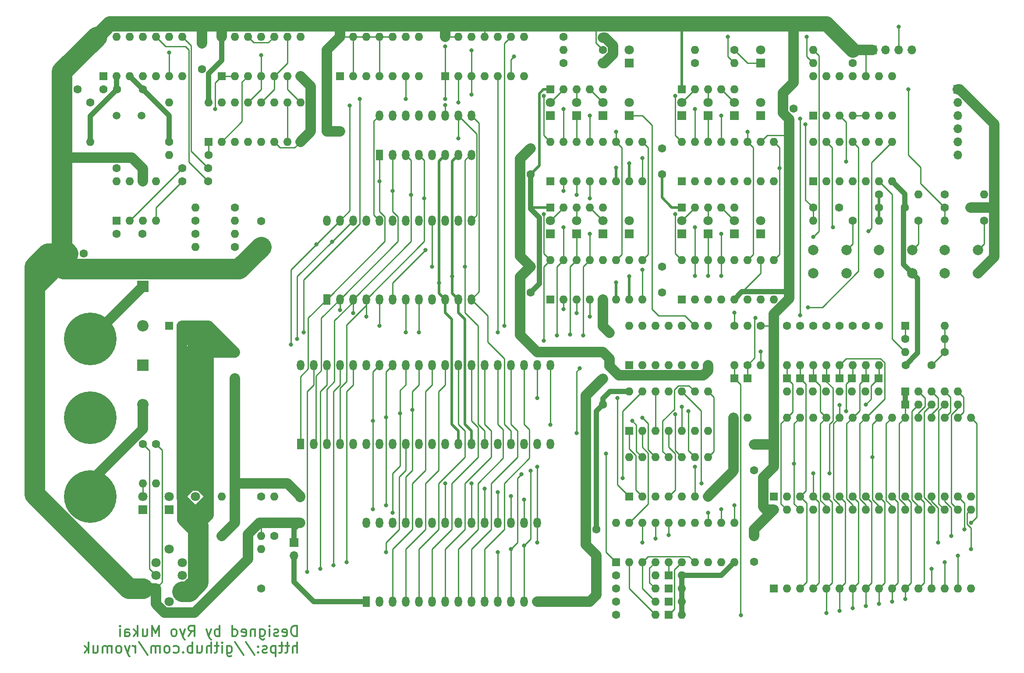
<source format=gbr>
%TF.GenerationSoftware,KiCad,Pcbnew,7.0.7*%
%TF.CreationDate,2024-02-22T14:53:51+09:00*%
%TF.ProjectId,SBC4040,53424334-3034-4302-9e6b-696361645f70,rev?*%
%TF.SameCoordinates,Original*%
%TF.FileFunction,Copper,L2,Bot*%
%TF.FilePolarity,Positive*%
%FSLAX46Y46*%
G04 Gerber Fmt 4.6, Leading zero omitted, Abs format (unit mm)*
G04 Created by KiCad (PCBNEW 7.0.7) date 2024-02-22 14:53:51*
%MOMM*%
%LPD*%
G01*
G04 APERTURE LIST*
%ADD10C,0.300000*%
%TA.AperFunction,NonConductor*%
%ADD11C,0.300000*%
%TD*%
%TA.AperFunction,ComponentPad*%
%ADD12C,1.600000*%
%TD*%
%TA.AperFunction,ComponentPad*%
%ADD13O,1.600000X1.600000*%
%TD*%
%TA.AperFunction,ComponentPad*%
%ADD14R,1.600000X1.600000*%
%TD*%
%TA.AperFunction,ComponentPad*%
%ADD15R,1.800000X1.800000*%
%TD*%
%TA.AperFunction,ComponentPad*%
%ADD16C,1.800000*%
%TD*%
%TA.AperFunction,ComponentPad*%
%ADD17C,10.160000*%
%TD*%
%TA.AperFunction,ComponentPad*%
%ADD18R,1.440000X2.000000*%
%TD*%
%TA.AperFunction,ComponentPad*%
%ADD19O,1.440000X2.000000*%
%TD*%
%TA.AperFunction,ComponentPad*%
%ADD20R,2.200000X2.200000*%
%TD*%
%TA.AperFunction,ComponentPad*%
%ADD21O,2.200000X2.200000*%
%TD*%
%TA.AperFunction,ComponentPad*%
%ADD22C,1.500000*%
%TD*%
%TA.AperFunction,ComponentPad*%
%ADD23R,1.700000X1.700000*%
%TD*%
%TA.AperFunction,ComponentPad*%
%ADD24O,1.700000X1.700000*%
%TD*%
%TA.AperFunction,ComponentPad*%
%ADD25C,2.000000*%
%TD*%
%TA.AperFunction,ViaPad*%
%ADD26C,0.800000*%
%TD*%
%TA.AperFunction,Conductor*%
%ADD27C,4.000000*%
%TD*%
%TA.AperFunction,Conductor*%
%ADD28C,3.000000*%
%TD*%
%TA.AperFunction,Conductor*%
%ADD29C,0.250000*%
%TD*%
%TA.AperFunction,Conductor*%
%ADD30C,2.000000*%
%TD*%
%TA.AperFunction,Conductor*%
%ADD31C,1.000000*%
%TD*%
%TA.AperFunction,Conductor*%
%ADD32C,0.500000*%
%TD*%
G04 APERTURE END LIST*
D10*
D11*
X52666441Y-120979638D02*
X52666441Y-118979638D01*
X52666441Y-118979638D02*
X52190251Y-118979638D01*
X52190251Y-118979638D02*
X51904536Y-119074876D01*
X51904536Y-119074876D02*
X51714060Y-119265352D01*
X51714060Y-119265352D02*
X51618822Y-119455828D01*
X51618822Y-119455828D02*
X51523584Y-119836780D01*
X51523584Y-119836780D02*
X51523584Y-120122495D01*
X51523584Y-120122495D02*
X51618822Y-120503447D01*
X51618822Y-120503447D02*
X51714060Y-120693923D01*
X51714060Y-120693923D02*
X51904536Y-120884400D01*
X51904536Y-120884400D02*
X52190251Y-120979638D01*
X52190251Y-120979638D02*
X52666441Y-120979638D01*
X49904536Y-120884400D02*
X50095012Y-120979638D01*
X50095012Y-120979638D02*
X50475965Y-120979638D01*
X50475965Y-120979638D02*
X50666441Y-120884400D01*
X50666441Y-120884400D02*
X50761679Y-120693923D01*
X50761679Y-120693923D02*
X50761679Y-119932019D01*
X50761679Y-119932019D02*
X50666441Y-119741542D01*
X50666441Y-119741542D02*
X50475965Y-119646304D01*
X50475965Y-119646304D02*
X50095012Y-119646304D01*
X50095012Y-119646304D02*
X49904536Y-119741542D01*
X49904536Y-119741542D02*
X49809298Y-119932019D01*
X49809298Y-119932019D02*
X49809298Y-120122495D01*
X49809298Y-120122495D02*
X50761679Y-120312971D01*
X49047393Y-120884400D02*
X48856917Y-120979638D01*
X48856917Y-120979638D02*
X48475965Y-120979638D01*
X48475965Y-120979638D02*
X48285488Y-120884400D01*
X48285488Y-120884400D02*
X48190250Y-120693923D01*
X48190250Y-120693923D02*
X48190250Y-120598685D01*
X48190250Y-120598685D02*
X48285488Y-120408209D01*
X48285488Y-120408209D02*
X48475965Y-120312971D01*
X48475965Y-120312971D02*
X48761679Y-120312971D01*
X48761679Y-120312971D02*
X48952155Y-120217733D01*
X48952155Y-120217733D02*
X49047393Y-120027257D01*
X49047393Y-120027257D02*
X49047393Y-119932019D01*
X49047393Y-119932019D02*
X48952155Y-119741542D01*
X48952155Y-119741542D02*
X48761679Y-119646304D01*
X48761679Y-119646304D02*
X48475965Y-119646304D01*
X48475965Y-119646304D02*
X48285488Y-119741542D01*
X47333107Y-120979638D02*
X47333107Y-119646304D01*
X47333107Y-118979638D02*
X47428345Y-119074876D01*
X47428345Y-119074876D02*
X47333107Y-119170114D01*
X47333107Y-119170114D02*
X47237869Y-119074876D01*
X47237869Y-119074876D02*
X47333107Y-118979638D01*
X47333107Y-118979638D02*
X47333107Y-119170114D01*
X45523583Y-119646304D02*
X45523583Y-121265352D01*
X45523583Y-121265352D02*
X45618821Y-121455828D01*
X45618821Y-121455828D02*
X45714059Y-121551066D01*
X45714059Y-121551066D02*
X45904536Y-121646304D01*
X45904536Y-121646304D02*
X46190250Y-121646304D01*
X46190250Y-121646304D02*
X46380726Y-121551066D01*
X45523583Y-120884400D02*
X45714059Y-120979638D01*
X45714059Y-120979638D02*
X46095012Y-120979638D01*
X46095012Y-120979638D02*
X46285488Y-120884400D01*
X46285488Y-120884400D02*
X46380726Y-120789161D01*
X46380726Y-120789161D02*
X46475964Y-120598685D01*
X46475964Y-120598685D02*
X46475964Y-120027257D01*
X46475964Y-120027257D02*
X46380726Y-119836780D01*
X46380726Y-119836780D02*
X46285488Y-119741542D01*
X46285488Y-119741542D02*
X46095012Y-119646304D01*
X46095012Y-119646304D02*
X45714059Y-119646304D01*
X45714059Y-119646304D02*
X45523583Y-119741542D01*
X44571202Y-119646304D02*
X44571202Y-120979638D01*
X44571202Y-119836780D02*
X44475964Y-119741542D01*
X44475964Y-119741542D02*
X44285488Y-119646304D01*
X44285488Y-119646304D02*
X43999773Y-119646304D01*
X43999773Y-119646304D02*
X43809297Y-119741542D01*
X43809297Y-119741542D02*
X43714059Y-119932019D01*
X43714059Y-119932019D02*
X43714059Y-120979638D01*
X41999773Y-120884400D02*
X42190249Y-120979638D01*
X42190249Y-120979638D02*
X42571202Y-120979638D01*
X42571202Y-120979638D02*
X42761678Y-120884400D01*
X42761678Y-120884400D02*
X42856916Y-120693923D01*
X42856916Y-120693923D02*
X42856916Y-119932019D01*
X42856916Y-119932019D02*
X42761678Y-119741542D01*
X42761678Y-119741542D02*
X42571202Y-119646304D01*
X42571202Y-119646304D02*
X42190249Y-119646304D01*
X42190249Y-119646304D02*
X41999773Y-119741542D01*
X41999773Y-119741542D02*
X41904535Y-119932019D01*
X41904535Y-119932019D02*
X41904535Y-120122495D01*
X41904535Y-120122495D02*
X42856916Y-120312971D01*
X40190249Y-120979638D02*
X40190249Y-118979638D01*
X40190249Y-120884400D02*
X40380725Y-120979638D01*
X40380725Y-120979638D02*
X40761678Y-120979638D01*
X40761678Y-120979638D02*
X40952154Y-120884400D01*
X40952154Y-120884400D02*
X41047392Y-120789161D01*
X41047392Y-120789161D02*
X41142630Y-120598685D01*
X41142630Y-120598685D02*
X41142630Y-120027257D01*
X41142630Y-120027257D02*
X41047392Y-119836780D01*
X41047392Y-119836780D02*
X40952154Y-119741542D01*
X40952154Y-119741542D02*
X40761678Y-119646304D01*
X40761678Y-119646304D02*
X40380725Y-119646304D01*
X40380725Y-119646304D02*
X40190249Y-119741542D01*
X37714058Y-120979638D02*
X37714058Y-118979638D01*
X37714058Y-119741542D02*
X37523582Y-119646304D01*
X37523582Y-119646304D02*
X37142629Y-119646304D01*
X37142629Y-119646304D02*
X36952153Y-119741542D01*
X36952153Y-119741542D02*
X36856915Y-119836780D01*
X36856915Y-119836780D02*
X36761677Y-120027257D01*
X36761677Y-120027257D02*
X36761677Y-120598685D01*
X36761677Y-120598685D02*
X36856915Y-120789161D01*
X36856915Y-120789161D02*
X36952153Y-120884400D01*
X36952153Y-120884400D02*
X37142629Y-120979638D01*
X37142629Y-120979638D02*
X37523582Y-120979638D01*
X37523582Y-120979638D02*
X37714058Y-120884400D01*
X36095010Y-119646304D02*
X35618820Y-120979638D01*
X35142629Y-119646304D02*
X35618820Y-120979638D01*
X35618820Y-120979638D02*
X35809296Y-121455828D01*
X35809296Y-121455828D02*
X35904534Y-121551066D01*
X35904534Y-121551066D02*
X36095010Y-121646304D01*
X31714057Y-120979638D02*
X32380724Y-120027257D01*
X32856914Y-120979638D02*
X32856914Y-118979638D01*
X32856914Y-118979638D02*
X32095009Y-118979638D01*
X32095009Y-118979638D02*
X31904533Y-119074876D01*
X31904533Y-119074876D02*
X31809295Y-119170114D01*
X31809295Y-119170114D02*
X31714057Y-119360590D01*
X31714057Y-119360590D02*
X31714057Y-119646304D01*
X31714057Y-119646304D02*
X31809295Y-119836780D01*
X31809295Y-119836780D02*
X31904533Y-119932019D01*
X31904533Y-119932019D02*
X32095009Y-120027257D01*
X32095009Y-120027257D02*
X32856914Y-120027257D01*
X31047390Y-119646304D02*
X30571200Y-120979638D01*
X30095009Y-119646304D02*
X30571200Y-120979638D01*
X30571200Y-120979638D02*
X30761676Y-121455828D01*
X30761676Y-121455828D02*
X30856914Y-121551066D01*
X30856914Y-121551066D02*
X31047390Y-121646304D01*
X29047390Y-120979638D02*
X29237866Y-120884400D01*
X29237866Y-120884400D02*
X29333104Y-120789161D01*
X29333104Y-120789161D02*
X29428342Y-120598685D01*
X29428342Y-120598685D02*
X29428342Y-120027257D01*
X29428342Y-120027257D02*
X29333104Y-119836780D01*
X29333104Y-119836780D02*
X29237866Y-119741542D01*
X29237866Y-119741542D02*
X29047390Y-119646304D01*
X29047390Y-119646304D02*
X28761675Y-119646304D01*
X28761675Y-119646304D02*
X28571199Y-119741542D01*
X28571199Y-119741542D02*
X28475961Y-119836780D01*
X28475961Y-119836780D02*
X28380723Y-120027257D01*
X28380723Y-120027257D02*
X28380723Y-120598685D01*
X28380723Y-120598685D02*
X28475961Y-120789161D01*
X28475961Y-120789161D02*
X28571199Y-120884400D01*
X28571199Y-120884400D02*
X28761675Y-120979638D01*
X28761675Y-120979638D02*
X29047390Y-120979638D01*
X25999770Y-120979638D02*
X25999770Y-118979638D01*
X25999770Y-118979638D02*
X25333103Y-120408209D01*
X25333103Y-120408209D02*
X24666437Y-118979638D01*
X24666437Y-118979638D02*
X24666437Y-120979638D01*
X22856913Y-119646304D02*
X22856913Y-120979638D01*
X23714056Y-119646304D02*
X23714056Y-120693923D01*
X23714056Y-120693923D02*
X23618818Y-120884400D01*
X23618818Y-120884400D02*
X23428342Y-120979638D01*
X23428342Y-120979638D02*
X23142627Y-120979638D01*
X23142627Y-120979638D02*
X22952151Y-120884400D01*
X22952151Y-120884400D02*
X22856913Y-120789161D01*
X21904532Y-120979638D02*
X21904532Y-118979638D01*
X21714056Y-120217733D02*
X21142627Y-120979638D01*
X21142627Y-119646304D02*
X21904532Y-120408209D01*
X19428341Y-120979638D02*
X19428341Y-119932019D01*
X19428341Y-119932019D02*
X19523579Y-119741542D01*
X19523579Y-119741542D02*
X19714055Y-119646304D01*
X19714055Y-119646304D02*
X20095008Y-119646304D01*
X20095008Y-119646304D02*
X20285484Y-119741542D01*
X19428341Y-120884400D02*
X19618817Y-120979638D01*
X19618817Y-120979638D02*
X20095008Y-120979638D01*
X20095008Y-120979638D02*
X20285484Y-120884400D01*
X20285484Y-120884400D02*
X20380722Y-120693923D01*
X20380722Y-120693923D02*
X20380722Y-120503447D01*
X20380722Y-120503447D02*
X20285484Y-120312971D01*
X20285484Y-120312971D02*
X20095008Y-120217733D01*
X20095008Y-120217733D02*
X19618817Y-120217733D01*
X19618817Y-120217733D02*
X19428341Y-120122495D01*
X18475960Y-120979638D02*
X18475960Y-119646304D01*
X18475960Y-118979638D02*
X18571198Y-119074876D01*
X18571198Y-119074876D02*
X18475960Y-119170114D01*
X18475960Y-119170114D02*
X18380722Y-119074876D01*
X18380722Y-119074876D02*
X18475960Y-118979638D01*
X18475960Y-118979638D02*
X18475960Y-119170114D01*
X52666441Y-124199638D02*
X52666441Y-122199638D01*
X51809298Y-124199638D02*
X51809298Y-123152019D01*
X51809298Y-123152019D02*
X51904536Y-122961542D01*
X51904536Y-122961542D02*
X52095012Y-122866304D01*
X52095012Y-122866304D02*
X52380727Y-122866304D01*
X52380727Y-122866304D02*
X52571203Y-122961542D01*
X52571203Y-122961542D02*
X52666441Y-123056780D01*
X51142631Y-122866304D02*
X50380727Y-122866304D01*
X50856917Y-122199638D02*
X50856917Y-123913923D01*
X50856917Y-123913923D02*
X50761679Y-124104400D01*
X50761679Y-124104400D02*
X50571203Y-124199638D01*
X50571203Y-124199638D02*
X50380727Y-124199638D01*
X49999774Y-122866304D02*
X49237870Y-122866304D01*
X49714060Y-122199638D02*
X49714060Y-123913923D01*
X49714060Y-123913923D02*
X49618822Y-124104400D01*
X49618822Y-124104400D02*
X49428346Y-124199638D01*
X49428346Y-124199638D02*
X49237870Y-124199638D01*
X48571203Y-122866304D02*
X48571203Y-124866304D01*
X48571203Y-122961542D02*
X48380727Y-122866304D01*
X48380727Y-122866304D02*
X47999774Y-122866304D01*
X47999774Y-122866304D02*
X47809298Y-122961542D01*
X47809298Y-122961542D02*
X47714060Y-123056780D01*
X47714060Y-123056780D02*
X47618822Y-123247257D01*
X47618822Y-123247257D02*
X47618822Y-123818685D01*
X47618822Y-123818685D02*
X47714060Y-124009161D01*
X47714060Y-124009161D02*
X47809298Y-124104400D01*
X47809298Y-124104400D02*
X47999774Y-124199638D01*
X47999774Y-124199638D02*
X48380727Y-124199638D01*
X48380727Y-124199638D02*
X48571203Y-124104400D01*
X46856917Y-124104400D02*
X46666441Y-124199638D01*
X46666441Y-124199638D02*
X46285489Y-124199638D01*
X46285489Y-124199638D02*
X46095012Y-124104400D01*
X46095012Y-124104400D02*
X45999774Y-123913923D01*
X45999774Y-123913923D02*
X45999774Y-123818685D01*
X45999774Y-123818685D02*
X46095012Y-123628209D01*
X46095012Y-123628209D02*
X46285489Y-123532971D01*
X46285489Y-123532971D02*
X46571203Y-123532971D01*
X46571203Y-123532971D02*
X46761679Y-123437733D01*
X46761679Y-123437733D02*
X46856917Y-123247257D01*
X46856917Y-123247257D02*
X46856917Y-123152019D01*
X46856917Y-123152019D02*
X46761679Y-122961542D01*
X46761679Y-122961542D02*
X46571203Y-122866304D01*
X46571203Y-122866304D02*
X46285489Y-122866304D01*
X46285489Y-122866304D02*
X46095012Y-122961542D01*
X45142631Y-124009161D02*
X45047393Y-124104400D01*
X45047393Y-124104400D02*
X45142631Y-124199638D01*
X45142631Y-124199638D02*
X45237869Y-124104400D01*
X45237869Y-124104400D02*
X45142631Y-124009161D01*
X45142631Y-124009161D02*
X45142631Y-124199638D01*
X45142631Y-122961542D02*
X45047393Y-123056780D01*
X45047393Y-123056780D02*
X45142631Y-123152019D01*
X45142631Y-123152019D02*
X45237869Y-123056780D01*
X45237869Y-123056780D02*
X45142631Y-122961542D01*
X45142631Y-122961542D02*
X45142631Y-123152019D01*
X42761679Y-122104400D02*
X44475964Y-124675828D01*
X40666441Y-122104400D02*
X42380726Y-124675828D01*
X39142631Y-122866304D02*
X39142631Y-124485352D01*
X39142631Y-124485352D02*
X39237869Y-124675828D01*
X39237869Y-124675828D02*
X39333107Y-124771066D01*
X39333107Y-124771066D02*
X39523584Y-124866304D01*
X39523584Y-124866304D02*
X39809298Y-124866304D01*
X39809298Y-124866304D02*
X39999774Y-124771066D01*
X39142631Y-124104400D02*
X39333107Y-124199638D01*
X39333107Y-124199638D02*
X39714060Y-124199638D01*
X39714060Y-124199638D02*
X39904536Y-124104400D01*
X39904536Y-124104400D02*
X39999774Y-124009161D01*
X39999774Y-124009161D02*
X40095012Y-123818685D01*
X40095012Y-123818685D02*
X40095012Y-123247257D01*
X40095012Y-123247257D02*
X39999774Y-123056780D01*
X39999774Y-123056780D02*
X39904536Y-122961542D01*
X39904536Y-122961542D02*
X39714060Y-122866304D01*
X39714060Y-122866304D02*
X39333107Y-122866304D01*
X39333107Y-122866304D02*
X39142631Y-122961542D01*
X38190250Y-124199638D02*
X38190250Y-122866304D01*
X38190250Y-122199638D02*
X38285488Y-122294876D01*
X38285488Y-122294876D02*
X38190250Y-122390114D01*
X38190250Y-122390114D02*
X38095012Y-122294876D01*
X38095012Y-122294876D02*
X38190250Y-122199638D01*
X38190250Y-122199638D02*
X38190250Y-122390114D01*
X37523583Y-122866304D02*
X36761679Y-122866304D01*
X37237869Y-122199638D02*
X37237869Y-123913923D01*
X37237869Y-123913923D02*
X37142631Y-124104400D01*
X37142631Y-124104400D02*
X36952155Y-124199638D01*
X36952155Y-124199638D02*
X36761679Y-124199638D01*
X36095012Y-124199638D02*
X36095012Y-122199638D01*
X35237869Y-124199638D02*
X35237869Y-123152019D01*
X35237869Y-123152019D02*
X35333107Y-122961542D01*
X35333107Y-122961542D02*
X35523583Y-122866304D01*
X35523583Y-122866304D02*
X35809298Y-122866304D01*
X35809298Y-122866304D02*
X35999774Y-122961542D01*
X35999774Y-122961542D02*
X36095012Y-123056780D01*
X33428345Y-122866304D02*
X33428345Y-124199638D01*
X34285488Y-122866304D02*
X34285488Y-123913923D01*
X34285488Y-123913923D02*
X34190250Y-124104400D01*
X34190250Y-124104400D02*
X33999774Y-124199638D01*
X33999774Y-124199638D02*
X33714059Y-124199638D01*
X33714059Y-124199638D02*
X33523583Y-124104400D01*
X33523583Y-124104400D02*
X33428345Y-124009161D01*
X32475964Y-124199638D02*
X32475964Y-122199638D01*
X32475964Y-122961542D02*
X32285488Y-122866304D01*
X32285488Y-122866304D02*
X31904535Y-122866304D01*
X31904535Y-122866304D02*
X31714059Y-122961542D01*
X31714059Y-122961542D02*
X31618821Y-123056780D01*
X31618821Y-123056780D02*
X31523583Y-123247257D01*
X31523583Y-123247257D02*
X31523583Y-123818685D01*
X31523583Y-123818685D02*
X31618821Y-124009161D01*
X31618821Y-124009161D02*
X31714059Y-124104400D01*
X31714059Y-124104400D02*
X31904535Y-124199638D01*
X31904535Y-124199638D02*
X32285488Y-124199638D01*
X32285488Y-124199638D02*
X32475964Y-124104400D01*
X30666440Y-124009161D02*
X30571202Y-124104400D01*
X30571202Y-124104400D02*
X30666440Y-124199638D01*
X30666440Y-124199638D02*
X30761678Y-124104400D01*
X30761678Y-124104400D02*
X30666440Y-124009161D01*
X30666440Y-124009161D02*
X30666440Y-124199638D01*
X28856916Y-124104400D02*
X29047392Y-124199638D01*
X29047392Y-124199638D02*
X29428345Y-124199638D01*
X29428345Y-124199638D02*
X29618821Y-124104400D01*
X29618821Y-124104400D02*
X29714059Y-124009161D01*
X29714059Y-124009161D02*
X29809297Y-123818685D01*
X29809297Y-123818685D02*
X29809297Y-123247257D01*
X29809297Y-123247257D02*
X29714059Y-123056780D01*
X29714059Y-123056780D02*
X29618821Y-122961542D01*
X29618821Y-122961542D02*
X29428345Y-122866304D01*
X29428345Y-122866304D02*
X29047392Y-122866304D01*
X29047392Y-122866304D02*
X28856916Y-122961542D01*
X27714059Y-124199638D02*
X27904535Y-124104400D01*
X27904535Y-124104400D02*
X27999773Y-124009161D01*
X27999773Y-124009161D02*
X28095011Y-123818685D01*
X28095011Y-123818685D02*
X28095011Y-123247257D01*
X28095011Y-123247257D02*
X27999773Y-123056780D01*
X27999773Y-123056780D02*
X27904535Y-122961542D01*
X27904535Y-122961542D02*
X27714059Y-122866304D01*
X27714059Y-122866304D02*
X27428344Y-122866304D01*
X27428344Y-122866304D02*
X27237868Y-122961542D01*
X27237868Y-122961542D02*
X27142630Y-123056780D01*
X27142630Y-123056780D02*
X27047392Y-123247257D01*
X27047392Y-123247257D02*
X27047392Y-123818685D01*
X27047392Y-123818685D02*
X27142630Y-124009161D01*
X27142630Y-124009161D02*
X27237868Y-124104400D01*
X27237868Y-124104400D02*
X27428344Y-124199638D01*
X27428344Y-124199638D02*
X27714059Y-124199638D01*
X26190249Y-124199638D02*
X26190249Y-122866304D01*
X26190249Y-123056780D02*
X26095011Y-122961542D01*
X26095011Y-122961542D02*
X25904535Y-122866304D01*
X25904535Y-122866304D02*
X25618820Y-122866304D01*
X25618820Y-122866304D02*
X25428344Y-122961542D01*
X25428344Y-122961542D02*
X25333106Y-123152019D01*
X25333106Y-123152019D02*
X25333106Y-124199638D01*
X25333106Y-123152019D02*
X25237868Y-122961542D01*
X25237868Y-122961542D02*
X25047392Y-122866304D01*
X25047392Y-122866304D02*
X24761678Y-122866304D01*
X24761678Y-122866304D02*
X24571201Y-122961542D01*
X24571201Y-122961542D02*
X24475963Y-123152019D01*
X24475963Y-123152019D02*
X24475963Y-124199638D01*
X22095011Y-122104400D02*
X23809296Y-124675828D01*
X21428344Y-124199638D02*
X21428344Y-122866304D01*
X21428344Y-123247257D02*
X21333106Y-123056780D01*
X21333106Y-123056780D02*
X21237868Y-122961542D01*
X21237868Y-122961542D02*
X21047392Y-122866304D01*
X21047392Y-122866304D02*
X20856915Y-122866304D01*
X20380725Y-122866304D02*
X19904535Y-124199638D01*
X19428344Y-122866304D02*
X19904535Y-124199638D01*
X19904535Y-124199638D02*
X20095011Y-124675828D01*
X20095011Y-124675828D02*
X20190249Y-124771066D01*
X20190249Y-124771066D02*
X20380725Y-124866304D01*
X18380725Y-124199638D02*
X18571201Y-124104400D01*
X18571201Y-124104400D02*
X18666439Y-124009161D01*
X18666439Y-124009161D02*
X18761677Y-123818685D01*
X18761677Y-123818685D02*
X18761677Y-123247257D01*
X18761677Y-123247257D02*
X18666439Y-123056780D01*
X18666439Y-123056780D02*
X18571201Y-122961542D01*
X18571201Y-122961542D02*
X18380725Y-122866304D01*
X18380725Y-122866304D02*
X18095010Y-122866304D01*
X18095010Y-122866304D02*
X17904534Y-122961542D01*
X17904534Y-122961542D02*
X17809296Y-123056780D01*
X17809296Y-123056780D02*
X17714058Y-123247257D01*
X17714058Y-123247257D02*
X17714058Y-123818685D01*
X17714058Y-123818685D02*
X17809296Y-124009161D01*
X17809296Y-124009161D02*
X17904534Y-124104400D01*
X17904534Y-124104400D02*
X18095010Y-124199638D01*
X18095010Y-124199638D02*
X18380725Y-124199638D01*
X16856915Y-124199638D02*
X16856915Y-122866304D01*
X16856915Y-123056780D02*
X16761677Y-122961542D01*
X16761677Y-122961542D02*
X16571201Y-122866304D01*
X16571201Y-122866304D02*
X16285486Y-122866304D01*
X16285486Y-122866304D02*
X16095010Y-122961542D01*
X16095010Y-122961542D02*
X15999772Y-123152019D01*
X15999772Y-123152019D02*
X15999772Y-124199638D01*
X15999772Y-123152019D02*
X15904534Y-122961542D01*
X15904534Y-122961542D02*
X15714058Y-122866304D01*
X15714058Y-122866304D02*
X15428344Y-122866304D01*
X15428344Y-122866304D02*
X15237867Y-122961542D01*
X15237867Y-122961542D02*
X15142629Y-123152019D01*
X15142629Y-123152019D02*
X15142629Y-124199638D01*
X13333105Y-122866304D02*
X13333105Y-124199638D01*
X14190248Y-122866304D02*
X14190248Y-123913923D01*
X14190248Y-123913923D02*
X14095010Y-124104400D01*
X14095010Y-124104400D02*
X13904534Y-124199638D01*
X13904534Y-124199638D02*
X13618819Y-124199638D01*
X13618819Y-124199638D02*
X13428343Y-124104400D01*
X13428343Y-124104400D02*
X13333105Y-124009161D01*
X12380724Y-124199638D02*
X12380724Y-122199638D01*
X12190248Y-123437733D02*
X11618819Y-124199638D01*
X11618819Y-122866304D02*
X12380724Y-123628209D01*
D12*
%TO.P,R21,1*%
%TO.N,Net-(C12-Pad2)*%
X27940000Y-25400000D03*
D13*
%TO.P,R21,2*%
%TO.N,Net-(R21-Pad2)*%
X27940000Y-17780000D03*
%TD*%
D12*
%TO.P,R15,1*%
%TO.N,STPA*%
X160020000Y-10160000D03*
D13*
%TO.P,R15,2*%
%TO.N,GND*%
X152400000Y-10160000D03*
%TD*%
D14*
%TO.P,U15,1,~{CLEAR}*%
%TO.N,Net-(U15-EP)*%
X35560000Y-25400000D03*
D13*
%TO.P,U15,2,CLOCK*%
%TO.N,Net-(U15-CLOCK)*%
X38100000Y-25400000D03*
%TO.P,U15,3,A*%
%TO.N,GND*%
X40640000Y-25400000D03*
%TO.P,U15,4,B*%
X43180000Y-25400000D03*
%TO.P,U15,5,C*%
X45720000Y-25400000D03*
%TO.P,U15,6,D*%
X48260000Y-25400000D03*
%TO.P,U15,7,EP*%
%TO.N,Net-(U15-EP)*%
X50800000Y-25400000D03*
%TO.P,U15,8,GND*%
%TO.N,GND*%
X53340000Y-25400000D03*
%TO.P,U15,9,LOAD*%
%TO.N,Net-(U15-LOAD)*%
X53340000Y-17780000D03*
%TO.P,U15,10,ET*%
%TO.N,Net-(U15-EP)*%
X50800000Y-17780000D03*
%TO.P,U15,11,QD*%
%TO.N,unconnected-(U15-QD-Pad11)*%
X48260000Y-17780000D03*
%TO.P,U15,12,QC*%
%TO.N,Net-(U15-QC)*%
X45720000Y-17780000D03*
%TO.P,U15,13,QB*%
%TO.N,Net-(U15-QB)*%
X43180000Y-17780000D03*
%TO.P,U15,14,QA*%
%TO.N,unconnected-(U15-QA-Pad14)*%
X40640000Y-17780000D03*
%TO.P,U15,15,COUT*%
%TO.N,unconnected-(U15-COUT-Pad15)*%
X38100000Y-17780000D03*
%TO.P,U15,16,VCC*%
%TO.N,+5V*%
X35560000Y-17780000D03*
%TD*%
D14*
%TO.P,C26,1*%
%TO.N,GND*%
X27940000Y-60960000D03*
D12*
%TO.P,C26,2*%
%TO.N,-10V*%
X30440000Y-60960000D03*
%TD*%
D14*
%TO.P,U3,1*%
%TO.N,Net-(C1-Pad1)*%
X81280000Y-12700000D03*
D13*
%TO.P,U3,2*%
%TO.N,Net-(U1-Pad1)*%
X83820000Y-12700000D03*
%TO.P,U3,3*%
%TO.N,Net-(C6-Pad1)*%
X86360000Y-12700000D03*
%TO.P,U3,4*%
%TO.N,Net-(U11A-C)*%
X88900000Y-12700000D03*
%TO.P,U3,5*%
%TO.N,INTA*%
X91440000Y-12700000D03*
%TO.P,U3,6*%
%TO.N,Net-(D19-A)*%
X93980000Y-12700000D03*
%TO.P,U3,7,GND*%
%TO.N,GND*%
X96520000Y-12700000D03*
%TO.P,U3,8*%
%TO.N,Net-(D20-A)*%
X96520000Y-5080000D03*
%TO.P,U3,9*%
%TO.N,STPA*%
X93980000Y-5080000D03*
%TO.P,U3,10*%
%TO.N,unconnected-(U3-Pad10)*%
X91440000Y-5080000D03*
%TO.P,U3,11*%
%TO.N,+5V*%
X88900000Y-5080000D03*
%TO.P,U3,12*%
%TO.N,unconnected-(U3-Pad12)*%
X86360000Y-5080000D03*
%TO.P,U3,13*%
%TO.N,+5V*%
X83820000Y-5080000D03*
%TO.P,U3,14,VCC*%
X81280000Y-5080000D03*
%TD*%
D12*
%TO.P,R1,1*%
%TO.N,Net-(D1-K)*%
X139700000Y-68580000D03*
D13*
%TO.P,R1,2*%
%TO.N,Net-(R1-Pad2)*%
X139700000Y-60960000D03*
%TD*%
D15*
%TO.P,D10,1,K*%
%TO.N,Net-(D10-K)*%
X142240000Y-20320000D03*
D16*
%TO.P,D10,2,A*%
%TO.N,Net-(D10-A)*%
X142240000Y-17780000D03*
%TD*%
D12*
%TO.P,R29,1*%
%TO.N,BANK2*%
X160020000Y-60960000D03*
D13*
%TO.P,R29,2*%
%TO.N,A10*%
X160020000Y-68580000D03*
%TD*%
D14*
%TO.P,U12,1*%
%TO.N,Net-(C13-Pad1)*%
X15240000Y-12700000D03*
D13*
%TO.P,U12,2*%
%TO.N,Net-(C12-Pad1)*%
X17780000Y-12700000D03*
%TO.P,U12,3*%
%TO.N,Net-(C12-Pad2)*%
X20320000Y-12700000D03*
%TO.P,U12,4*%
%TO.N,Net-(R21-Pad2)*%
X22860000Y-12700000D03*
%TO.P,U12,5*%
%TO.N,Net-(U15-QC)*%
X25400000Y-12700000D03*
%TO.P,U12,6*%
%TO.N,Net-(U12-Pad6)*%
X27940000Y-12700000D03*
%TO.P,U12,7,GND*%
%TO.N,GND*%
X30480000Y-12700000D03*
%TO.P,U12,8*%
%TO.N,Net-(C9-Pad1)*%
X30480000Y-5080000D03*
%TO.P,U12,9*%
%TO.N,Net-(U12-Pad9)*%
X27940000Y-5080000D03*
%TO.P,U12,10*%
%TO.N,Net-(C10-Pad1)*%
X25400000Y-5080000D03*
%TO.P,U12,11*%
%TO.N,Net-(U12-Pad11)*%
X22860000Y-5080000D03*
%TO.P,U12,12*%
%TO.N,Net-(U12-Pad12)*%
X20320000Y-5080000D03*
%TO.P,U12,13*%
%TO.N,Net-(U15-QB)*%
X17780000Y-5080000D03*
%TO.P,U12,14,VCC*%
%TO.N,+5V*%
X15240000Y-5080000D03*
%TD*%
D15*
%TO.P,D38,1,K*%
%TO.N,-10V*%
X33020000Y-96520000D03*
D16*
%TO.P,D38,2,A*%
%TO.N,Net-(D38-A)*%
X33020000Y-93980000D03*
%TD*%
D12*
%TO.P,R11,1*%
%TO.N,Net-(R11-Pad1)*%
X185420000Y-40640000D03*
D13*
%TO.P,R11,2*%
%TO.N,Net-(C6-Pad1)*%
X177800000Y-40640000D03*
%TD*%
D12*
%TO.P,C21,1*%
%TO.N,+5V*%
X53340000Y-99060000D03*
%TO.P,C21,2*%
%TO.N,GND*%
X53340000Y-94060000D03*
%TD*%
%TO.P,R33,1*%
%TO.N,GND*%
X48260000Y-101600000D03*
D13*
%TO.P,R33,2*%
%TO.N,ROM_P26*%
X48260000Y-93980000D03*
%TD*%
D14*
%TO.P,D27,1,K*%
%TO.N,A9*%
X162509032Y-71120000D03*
D13*
%TO.P,D27,2,A*%
%TO.N,GND*%
X162509032Y-73660000D03*
%TD*%
D17*
%TO.P,J5,1,Pin_1*%
%TO.N,GND*%
X12700000Y-78740000D03*
%TD*%
D12*
%TO.P,R24,1*%
%TO.N,BANK7*%
X147320000Y-60960000D03*
D13*
%TO.P,R24,2*%
%TO.N,A15*%
X147320000Y-68580000D03*
%TD*%
D18*
%TO.P,U5,1,D0*%
%TO.N,/ProgramMemory/D0*%
X58420000Y-55880000D03*
D19*
%TO.P,U5,2,D1*%
%TO.N,/ProgramMemory/D1*%
X60960000Y-55880000D03*
%TO.P,U5,3,D2*%
%TO.N,/ProgramMemory/D2*%
X63500000Y-55880000D03*
%TO.P,U5,4,D3*%
%TO.N,/ProgramMemory/D3*%
X66040000Y-55880000D03*
%TO.P,U5,5,STPA*%
%TO.N,STPA*%
X68580000Y-55880000D03*
%TO.P,U5,6,STP*%
%TO.N,STP*%
X71120000Y-55880000D03*
%TO.P,U5,7,INT*%
%TO.N,INT*%
X73660000Y-55880000D03*
%TO.P,U5,8,INTA*%
%TO.N,INTA*%
X76200000Y-55880000D03*
%TO.P,U5,9,Vss*%
%TO.N,+5V*%
X78740000Y-55880000D03*
%TO.P,U5,10,CLK1*%
%TO.N,/ClockGen/CLK1*%
X81280000Y-55880000D03*
%TO.P,U5,11,CLK2*%
%TO.N,/ClockGen/CLK2*%
X83820000Y-55880000D03*
%TO.P,U5,12,RESET*%
%TO.N,/ProgramMemory/RESET*%
X86360000Y-55880000D03*
%TO.P,U5,13,TEST*%
%TO.N,Net-(U5-TEST)*%
X86360000Y-40640000D03*
%TO.P,U5,14,Vdd*%
%TO.N,-10V*%
X83820000Y-40640000D03*
%TO.P,U5,15,Vdd2*%
X81280000Y-40640000D03*
%TO.P,U5,16,SYNC*%
%TO.N,/ProgramMemory/SYNC*%
X78740000Y-40640000D03*
%TO.P,U5,17,CMRAM3*%
%TO.N,unconnected-(U5-CMRAM3-Pad17)*%
X76200000Y-40640000D03*
%TO.P,U5,18,CMRAM2*%
%TO.N,unconnected-(U5-CMRAM2-Pad18)*%
X73660000Y-40640000D03*
%TO.P,U5,19,CMRAM1*%
%TO.N,unconnected-(U5-CMRAM1-Pad19)*%
X71120000Y-40640000D03*
%TO.P,U5,20,CMRAM0*%
%TO.N,Net-(U10-CM)*%
X68580000Y-40640000D03*
%TO.P,U5,21,Vdd1*%
%TO.N,-10V*%
X66040000Y-40640000D03*
%TO.P,U5,22,CMROM1*%
%TO.N,/ProgramMemory/CMROM1*%
X63500000Y-40640000D03*
%TO.P,U5,23,CMROM0*%
%TO.N,/ProgramMemory/CMROM0*%
X60960000Y-40640000D03*
%TO.P,U5,24,CY*%
%TO.N,unconnected-(U5-CY-Pad24)*%
X58420000Y-40640000D03*
%TD*%
D12*
%TO.P,R31,1*%
%TO.N,BANK0*%
X165100000Y-60960000D03*
D13*
%TO.P,R31,2*%
%TO.N,A8*%
X165100000Y-68580000D03*
%TD*%
D15*
%TO.P,D3,1,K*%
%TO.N,BANK1*%
X137160000Y-43180000D03*
D16*
%TO.P,D3,2,A*%
%TO.N,Net-(D3-A)*%
X137160000Y-40640000D03*
%TD*%
D12*
%TO.P,C13,1*%
%TO.N,Net-(C13-Pad1)*%
X15240000Y-15240000D03*
%TO.P,C13,2*%
%TO.N,GND*%
X10240000Y-15240000D03*
%TD*%
%TO.P,C10,1*%
%TO.N,Net-(C10-Pad1)*%
X35480000Y-33020000D03*
%TO.P,C10,2*%
%TO.N,Net-(U14-IN_B)*%
X30480000Y-33020000D03*
%TD*%
D17*
%TO.P,J4,1,Pin_1*%
%TO.N,Net-(D35-K)*%
X12700000Y-63500000D03*
%TD*%
D14*
%TO.P,D23,1,K*%
%TO.N,A13*%
X152349032Y-71120000D03*
D13*
%TO.P,D23,2,A*%
%TO.N,GND*%
X152349032Y-73660000D03*
%TD*%
D12*
%TO.P,R27,1*%
%TO.N,BANK4*%
X154940000Y-60960000D03*
D13*
%TO.P,R27,2*%
%TO.N,A12*%
X154940000Y-68580000D03*
%TD*%
D20*
%TO.P,D36,1,K*%
%TO.N,GND*%
X22860000Y-68580000D03*
D21*
%TO.P,D36,2,A*%
%TO.N,Net-(D36-A)*%
X22860000Y-76200000D03*
%TD*%
D14*
%TO.P,D1,1,K*%
%TO.N,Net-(D1-K)*%
X139700000Y-71120000D03*
D13*
%TO.P,D1,2,A*%
%TO.N,GND*%
X139700000Y-78740000D03*
%TD*%
D14*
%TO.P,U2,1*%
%TO.N,/ProgramMemory/CMROM0*%
X116840000Y-68580000D03*
D13*
%TO.P,U2,2*%
%TO.N,/ProgramMemory/CMROM1*%
X119380000Y-68580000D03*
%TO.P,U2,3*%
%TO.N,Net-(U22-CM)*%
X121920000Y-68580000D03*
%TO.P,U2,4*%
%TO.N,unconnected-(U2-Pad4)*%
X124460000Y-68580000D03*
%TO.P,U2,5*%
%TO.N,-10V*%
X127000000Y-68580000D03*
%TO.P,U2,6*%
X129540000Y-68580000D03*
%TO.P,U2,7,VSS*%
X132080000Y-68580000D03*
%TO.P,U2,8*%
%TO.N,Net-(D14-K)*%
X132080000Y-60960000D03*
%TO.P,U2,9*%
X129540000Y-60960000D03*
%TO.P,U2,10*%
%TO.N,Net-(R1-Pad2)*%
X127000000Y-60960000D03*
%TO.P,U2,11*%
%TO.N,unconnected-(U2-Pad11)*%
X124460000Y-60960000D03*
%TO.P,U2,12*%
%TO.N,+5V*%
X121920000Y-60960000D03*
%TO.P,U2,13*%
X119380000Y-60960000D03*
%TO.P,U2,14,VDD*%
X116840000Y-60960000D03*
%TD*%
D14*
%TO.P,U18,1,NC*%
%TO.N,unconnected-(U18-NC-Pad1)*%
X144780000Y-93980000D03*
D13*
%TO.P,U18,2,A16*%
%TO.N,GND*%
X147320000Y-93980000D03*
%TO.P,U18,3,A14*%
%TO.N,A14*%
X149860000Y-93980000D03*
%TO.P,U18,4,A12*%
%TO.N,A12*%
X152400000Y-93980000D03*
%TO.P,U18,5,A7*%
%TO.N,A7*%
X154940000Y-93980000D03*
%TO.P,U18,6,A6*%
%TO.N,A6*%
X157480000Y-93980000D03*
%TO.P,U18,7,A5*%
%TO.N,A5*%
X160020000Y-93980000D03*
%TO.P,U18,8,A4*%
%TO.N,A4*%
X162560000Y-93980000D03*
%TO.P,U18,9,A3*%
%TO.N,A3*%
X165100000Y-93980000D03*
%TO.P,U18,10,A2*%
%TO.N,A2*%
X167640000Y-93980000D03*
%TO.P,U18,11,A1*%
%TO.N,A1*%
X170180000Y-93980000D03*
%TO.P,U18,12,A0*%
%TO.N,A0*%
X172720000Y-93980000D03*
%TO.P,U18,13,I/O0*%
%TO.N,OPR0*%
X175260000Y-93980000D03*
%TO.P,U18,14,I/O1*%
%TO.N,OPR1*%
X177800000Y-93980000D03*
%TO.P,U18,15,I/O2*%
%TO.N,OPR2*%
X180340000Y-93980000D03*
%TO.P,U18,16,Vss(GND)*%
%TO.N,GND*%
X182880000Y-93980000D03*
%TO.P,U18,17,I/O3*%
%TO.N,OPR3*%
X182880000Y-78740000D03*
%TO.P,U18,18,I/O4*%
%TO.N,Net-(RN6-R4)*%
X180340000Y-78740000D03*
%TO.P,U18,19,I/O5*%
%TO.N,Net-(RN6-R3)*%
X177800000Y-78740000D03*
%TO.P,U18,20,I/O6*%
%TO.N,Net-(RN6-R2)*%
X175260000Y-78740000D03*
%TO.P,U18,21,I/O7*%
%TO.N,Net-(RN6-R1)*%
X172720000Y-78740000D03*
%TO.P,U18,22,~{CS1}*%
%TO.N,GND*%
X170180000Y-78740000D03*
%TO.P,U18,23,A10*%
%TO.N,A10*%
X167640000Y-78740000D03*
%TO.P,U18,24,~{OE}*%
%TO.N,~{OE}*%
X165100000Y-78740000D03*
%TO.P,U18,25,A11*%
%TO.N,A11*%
X162560000Y-78740000D03*
%TO.P,U18,26,A9*%
%TO.N,A9*%
X160020000Y-78740000D03*
%TO.P,U18,27,A8*%
%TO.N,A8*%
X157480000Y-78740000D03*
%TO.P,U18,28,A13*%
%TO.N,A13*%
X154940000Y-78740000D03*
%TO.P,U18,29,~{WE}*%
%TO.N,~{WE_OPR}*%
X152400000Y-78740000D03*
%TO.P,U18,30,CS2*%
%TO.N,CS~{ROM}RAM*%
X149860000Y-78740000D03*
%TO.P,U18,31,A15*%
%TO.N,A15*%
X147320000Y-78740000D03*
%TO.P,U18,32,Vcc*%
%TO.N,+5V*%
X144780000Y-78740000D03*
%TD*%
D15*
%TO.P,D20,1,K*%
%TO.N,Net-(D20-K)*%
X116840000Y-10160000D03*
D16*
%TO.P,D20,2,A*%
%TO.N,Net-(D20-A)*%
X116840000Y-7620000D03*
%TD*%
D15*
%TO.P,D13,1,K*%
%TO.N,Net-(D13-K)*%
X127000000Y-20320000D03*
D16*
%TO.P,D13,2,A*%
%TO.N,Net-(D13-A)*%
X127000000Y-17780000D03*
%TD*%
D14*
%TO.P,U1,1*%
%TO.N,Net-(U1-Pad1)*%
X152400000Y-20320000D03*
D13*
%TO.P,U1,2*%
%TO.N,Net-(J1-Pin_4)*%
X154940000Y-20320000D03*
%TO.P,U1,3*%
%TO.N,Net-(U5-TEST)*%
X157480000Y-20320000D03*
%TO.P,U1,4*%
%TO.N,Net-(D1-K)*%
X160020000Y-20320000D03*
%TO.P,U1,5*%
X162560000Y-20320000D03*
%TO.P,U1,6*%
%TO.N,Net-(J1-Pin_5)*%
X165100000Y-20320000D03*
%TO.P,U1,7,GND*%
%TO.N,GND*%
X167640000Y-20320000D03*
%TO.P,U1,8*%
%TO.N,unconnected-(U1-Pad8)*%
X167640000Y-12700000D03*
%TO.P,U1,9*%
%TO.N,+5V*%
X165100000Y-12700000D03*
%TO.P,U1,10*%
X162560000Y-12700000D03*
%TO.P,U1,11*%
%TO.N,unconnected-(U1-Pad11)*%
X160020000Y-12700000D03*
%TO.P,U1,12*%
%TO.N,+5V*%
X157480000Y-12700000D03*
%TO.P,U1,13*%
X154940000Y-12700000D03*
%TO.P,U1,14,VCC*%
X152400000Y-12700000D03*
%TD*%
D14*
%TO.P,U7,1,D0*%
%TO.N,/ProgramMemory/D0*%
X127000000Y-55880000D03*
D13*
%TO.P,U7,2,D1*%
%TO.N,/ProgramMemory/D1*%
X129540000Y-55880000D03*
%TO.P,U7,3,D2*%
%TO.N,/ProgramMemory/D2*%
X132080000Y-55880000D03*
%TO.P,U7,4,D3*%
%TO.N,/ProgramMemory/D3*%
X134620000Y-55880000D03*
%TO.P,U7,5,Vss*%
%TO.N,+5V*%
X137160000Y-55880000D03*
%TO.P,U7,6,CLK1*%
%TO.N,/ClockGen/CLK1*%
X139700000Y-55880000D03*
%TO.P,U7,7,CLK2*%
%TO.N,/ClockGen/CLK2*%
X142240000Y-55880000D03*
%TO.P,U7,8,SYNC*%
%TO.N,/ProgramMemory/SYNC*%
X144780000Y-55880000D03*
%TO.P,U7,9,RESET*%
%TO.N,/ProgramMemory/RESET*%
X144780000Y-48260000D03*
%TO.P,U7,10,P0*%
%TO.N,+5V*%
X142240000Y-48260000D03*
%TO.P,U7,11,CM*%
%TO.N,Net-(U10-CM)*%
X139700000Y-48260000D03*
%TO.P,U7,12,Vdd*%
%TO.N,-10V*%
X137160000Y-48260000D03*
%TO.P,U7,13,O3*%
%TO.N,BANK3*%
X134620000Y-48260000D03*
%TO.P,U7,14,O2*%
%TO.N,BANK2*%
X132080000Y-48260000D03*
%TO.P,U7,15,O1*%
%TO.N,BANK1*%
X129540000Y-48260000D03*
%TO.P,U7,16,O0*%
%TO.N,BANK0*%
X127000000Y-48260000D03*
%TD*%
D15*
%TO.P,D37,1,K*%
%TO.N,Net-(D36-A)*%
X22860000Y-96520000D03*
D16*
%TO.P,D37,2,A*%
%TO.N,Net-(D37-A)*%
X22860000Y-93980000D03*
%TD*%
D12*
%TO.P,R40,1*%
%TO.N,+5V*%
X25400000Y-83820000D03*
D13*
%TO.P,R40,2*%
%TO.N,Net-(D34-A)*%
X25400000Y-91440000D03*
%TD*%
D12*
%TO.P,R37,1*%
%TO.N,IO3*%
X114300000Y-111760000D03*
D13*
%TO.P,R37,2*%
%TO.N,Net-(D31-K)*%
X121920000Y-111760000D03*
%TD*%
D12*
%TO.P,C17,1*%
%TO.N,+5V*%
X97790000Y-54530000D03*
%TO.P,C17,2*%
%TO.N,-10V*%
X97790000Y-49530000D03*
%TD*%
D14*
%TO.P,D26,1,K*%
%TO.N,A10*%
X159894516Y-71120000D03*
D13*
%TO.P,D26,2,A*%
%TO.N,GND*%
X159894516Y-73660000D03*
%TD*%
D12*
%TO.P,R8,1*%
%TO.N,Net-(D18-A)*%
X177800000Y-66040000D03*
D13*
%TO.P,R8,2*%
%TO.N,Net-(R8-Pad2)*%
X170180000Y-66040000D03*
%TD*%
D14*
%TO.P,D25,1,K*%
%TO.N,A11*%
X157480000Y-71120000D03*
D13*
%TO.P,D25,2,A*%
%TO.N,GND*%
X157480000Y-73660000D03*
%TD*%
D12*
%TO.P,R38,1*%
%TO.N,IO4*%
X114300000Y-109220000D03*
D13*
%TO.P,R38,2*%
%TO.N,Net-(D32-K)*%
X121920000Y-109220000D03*
%TD*%
D14*
%TO.P,D24,1,K*%
%TO.N,A12*%
X154889032Y-71120000D03*
D13*
%TO.P,D24,2,A*%
%TO.N,GND*%
X154889032Y-73660000D03*
%TD*%
D22*
%TO.P,Y1,1,1*%
%TO.N,Net-(C13-Pad1)*%
X17780000Y-20320000D03*
%TO.P,Y1,2,2*%
%TO.N,Net-(R21-Pad2)*%
X22660000Y-20320000D03*
%TD*%
D14*
%TO.P,D18,1,K*%
%TO.N,+5V*%
X170180000Y-60960000D03*
D13*
%TO.P,D18,2,A*%
%TO.N,Net-(D18-A)*%
X177800000Y-60960000D03*
%TD*%
D12*
%TO.P,R12,1*%
%TO.N,+5V*%
X160020000Y-7620000D03*
D13*
%TO.P,R12,2*%
%TO.N,STP*%
X152400000Y-7620000D03*
%TD*%
D23*
%TO.P,J3,1,Pin_1*%
%TO.N,+5V*%
X52070000Y-102870000D03*
D24*
%TO.P,J3,2,Pin_2*%
%TO.N,ROM_P1*%
X52070000Y-105410000D03*
%TD*%
D12*
%TO.P,R28,1*%
%TO.N,BANK3*%
X157480000Y-60960000D03*
D13*
%TO.P,R28,2*%
%TO.N,A11*%
X157480000Y-68580000D03*
%TD*%
D12*
%TO.P,R41,1*%
%TO.N,Net-(D35-K)*%
X22860000Y-83820000D03*
D13*
%TO.P,R41,2*%
%TO.N,Net-(D37-A)*%
X22860000Y-91440000D03*
%TD*%
D12*
%TO.P,R3,1*%
%TO.N,Net-(R3-Pad1)*%
X160020000Y-40640000D03*
D13*
%TO.P,R3,2*%
%TO.N,Net-(C1-Pad1)*%
X152400000Y-40640000D03*
%TD*%
D12*
%TO.P,C5,1*%
%TO.N,-10V*%
X113030000Y-67310000D03*
%TO.P,C5,2*%
%TO.N,+5V*%
X113030000Y-62310000D03*
%TD*%
D14*
%TO.P,U14,1,NC*%
%TO.N,unconnected-(U14-NC-Pad1)*%
X17780000Y-40640000D03*
D13*
%TO.P,U14,2,IN_A*%
%TO.N,Net-(U14-IN_A)*%
X20320000Y-40640000D03*
%TO.P,U14,3,V-*%
%TO.N,-10V*%
X22860000Y-40640000D03*
%TO.P,U14,4,IN_B*%
%TO.N,Net-(U14-IN_B)*%
X25400000Y-40640000D03*
%TO.P,U14,5,OUT_B*%
%TO.N,Net-(U14-OUT_B)*%
X25400000Y-33020000D03*
%TO.P,U14,6,V+*%
%TO.N,+5V*%
X22860000Y-33020000D03*
%TO.P,U14,7,OUT_A*%
%TO.N,Net-(U14-OUT_A)*%
X20320000Y-33020000D03*
%TO.P,U14,8,NC*%
%TO.N,unconnected-(U14-NC-Pad8)*%
X17780000Y-33020000D03*
%TD*%
D12*
%TO.P,R17,1*%
%TO.N,Net-(U15-EP)*%
X35560000Y-27940000D03*
D13*
%TO.P,R17,2*%
%TO.N,+5V*%
X27940000Y-27940000D03*
%TD*%
D14*
%TO.P,D22,1,K*%
%TO.N,A14*%
X149860000Y-71120000D03*
D13*
%TO.P,D22,2,A*%
%TO.N,GND*%
X149860000Y-73660000D03*
%TD*%
D12*
%TO.P,R14,1*%
%TO.N,Net-(D19-K)*%
X137160000Y-7620000D03*
D13*
%TO.P,R14,2*%
%TO.N,GND*%
X129540000Y-7620000D03*
%TD*%
D12*
%TO.P,R7,1*%
%TO.N,+5V*%
X170180000Y-63500000D03*
D13*
%TO.P,R7,2*%
%TO.N,Net-(D18-A)*%
X177800000Y-63500000D03*
%TD*%
D12*
%TO.P,C16,1*%
%TO.N,+5V*%
X97790000Y-31670000D03*
%TO.P,C16,2*%
%TO.N,-10V*%
X97790000Y-26670000D03*
%TD*%
D14*
%TO.P,D28,1,K*%
%TO.N,A8*%
X165049032Y-71120000D03*
D13*
%TO.P,D28,2,A*%
%TO.N,GND*%
X165049032Y-73660000D03*
%TD*%
D12*
%TO.P,C2,1*%
%TO.N,Net-(C2-Pad1)*%
X165100000Y-38100000D03*
%TO.P,C2,2*%
%TO.N,-10V*%
X170100000Y-38100000D03*
%TD*%
D14*
%TO.P,D32,1,K*%
%TO.N,Net-(D32-K)*%
X124460000Y-109220000D03*
D13*
%TO.P,D32,2,A*%
%TO.N,GND*%
X127000000Y-109220000D03*
%TD*%
D12*
%TO.P,R5,1*%
%TO.N,Net-(C2-Pad1)*%
X165100000Y-35560000D03*
D13*
%TO.P,R5,2*%
%TO.N,+5V*%
X172720000Y-35560000D03*
%TD*%
D16*
%TO.P,SW4,*%
%TO.N,*%
X27940000Y-114300000D03*
X27940000Y-104140000D03*
D15*
%TO.P,SW4,1,A*%
%TO.N,+5V*%
X25400000Y-111760000D03*
D16*
%TO.P,SW4,2,B*%
%TO.N,Net-(D35-K)*%
X25400000Y-109260000D03*
%TO.P,SW4,3,C*%
%TO.N,unconnected-(SW4A-C-Pad3)*%
X25400000Y-106760000D03*
%TO.P,SW4,4,A*%
%TO.N,-10V*%
X30480000Y-111760000D03*
%TO.P,SW4,5,B*%
%TO.N,Net-(D36-A)*%
X30480000Y-109260000D03*
%TO.P,SW4,6,C*%
%TO.N,unconnected-(SW4B-C-Pad6)*%
X30480000Y-106760000D03*
%TD*%
D12*
%TO.P,C18,1*%
%TO.N,+5V*%
X123190000Y-31670000D03*
%TO.P,C18,2*%
%TO.N,-10V*%
X123190000Y-26670000D03*
%TD*%
D18*
%TO.P,U22,1,D0*%
%TO.N,/ProgramMemory/D0*%
X53340000Y-83820000D03*
D19*
%TO.P,U22,2,D1*%
%TO.N,/ProgramMemory/D1*%
X55880000Y-83820000D03*
%TO.P,U22,3,D2*%
%TO.N,/ProgramMemory/D2*%
X58420000Y-83820000D03*
%TO.P,U22,4,D3*%
%TO.N,/ProgramMemory/D3*%
X60960000Y-83820000D03*
%TO.P,U22,5,OPR0*%
%TO.N,OPR0*%
X63500000Y-83820000D03*
%TO.P,U22,6,OPR1*%
%TO.N,OPR1*%
X66040000Y-83820000D03*
%TO.P,U22,7,OPR2*%
%TO.N,OPR2*%
X68580000Y-83820000D03*
%TO.P,U22,8,OPR3*%
%TO.N,OPR3*%
X71120000Y-83820000D03*
%TO.P,U22,9,OPA0*%
%TO.N,OPA0*%
X73660000Y-83820000D03*
%TO.P,U22,10,OPA1*%
%TO.N,OPA1*%
X76200000Y-83820000D03*
%TO.P,U22,11,OPA2*%
%TO.N,OPA2*%
X78740000Y-83820000D03*
%TO.P,U22,12,OPA3*%
%TO.N,OPA3*%
X81280000Y-83820000D03*
%TO.P,U22,13,CLK1*%
%TO.N,/ClockGen/CLK1*%
X83820000Y-83820000D03*
%TO.P,U22,14,CLK2*%
%TO.N,/ClockGen/CLK2*%
X86360000Y-83820000D03*
%TO.P,U22,15,SYNC*%
%TO.N,/ProgramMemory/SYNC*%
X88900000Y-83820000D03*
%TO.P,U22,16,CM*%
%TO.N,Net-(U22-CM)*%
X91440000Y-83820000D03*
%TO.P,U22,17,RESET*%
%TO.N,/ProgramMemory/RESET*%
X93980000Y-83820000D03*
%TO.P,U22,18,IN*%
%TO.N,unconnected-(U22-IN-Pad18)*%
X96520000Y-83820000D03*
%TO.P,U22,19,OUT*%
%TO.N,Net-(U21-G1)*%
X99060000Y-83820000D03*
%TO.P,U22,20,Vss*%
%TO.N,+5V*%
X101600000Y-83820000D03*
%TO.P,U22,21,PM*%
%TO.N,Net-(U21-G2)*%
X101600000Y-68580000D03*
%TO.P,U22,22,FL*%
%TO.N,Net-(U22-FL)*%
X99060000Y-68580000D03*
%TO.P,U22,23,A0*%
%TO.N,A0*%
X96520000Y-68580000D03*
%TO.P,U22,24,A1*%
%TO.N,A1*%
X93980000Y-68580000D03*
%TO.P,U22,25,A2*%
%TO.N,A2*%
X91440000Y-68580000D03*
%TO.P,U22,26,A3*%
%TO.N,A3*%
X88900000Y-68580000D03*
%TO.P,U22,27,A4*%
%TO.N,A4*%
X86360000Y-68580000D03*
%TO.P,U22,28,A5*%
%TO.N,A5*%
X83820000Y-68580000D03*
%TO.P,U22,29,A6*%
%TO.N,A6*%
X81280000Y-68580000D03*
%TO.P,U22,30,A7*%
%TO.N,A7*%
X78740000Y-68580000D03*
%TO.P,U22,31,C0*%
%TO.N,C0*%
X76200000Y-68580000D03*
%TO.P,U22,32,C1*%
%TO.N,C1*%
X73660000Y-68580000D03*
%TO.P,U22,33,C2*%
%TO.N,C2*%
X71120000Y-68580000D03*
%TO.P,U22,34,C3*%
%TO.N,C3*%
X68580000Y-68580000D03*
%TO.P,U22,35,Vdd1*%
%TO.N,GND*%
X66040000Y-68580000D03*
%TO.P,U22,36,I/O4*%
%TO.N,IO4*%
X63500000Y-68580000D03*
%TO.P,U22,37,I/O3*%
%TO.N,IO3*%
X60960000Y-68580000D03*
%TO.P,U22,38,I/O2*%
%TO.N,IO2*%
X58420000Y-68580000D03*
%TO.P,U22,39,I/O1*%
%TO.N,IO1*%
X55880000Y-68580000D03*
%TO.P,U22,40,Vdd*%
%TO.N,-10V*%
X53340000Y-68580000D03*
%TD*%
D12*
%TO.P,R18,1*%
%TO.N,Net-(U14-OUT_A)*%
X33020000Y-43180000D03*
D13*
%TO.P,R18,2*%
%TO.N,/ClockGen/CLK1*%
X40640000Y-43180000D03*
%TD*%
D14*
%TO.P,U9,1,D0*%
%TO.N,/ProgramMemory/D0*%
X127000000Y-33020000D03*
D13*
%TO.P,U9,2,D1*%
%TO.N,/ProgramMemory/D1*%
X129540000Y-33020000D03*
%TO.P,U9,3,D2*%
%TO.N,/ProgramMemory/D2*%
X132080000Y-33020000D03*
%TO.P,U9,4,D3*%
%TO.N,/ProgramMemory/D3*%
X134620000Y-33020000D03*
%TO.P,U9,5,Vss*%
%TO.N,+5V*%
X137160000Y-33020000D03*
%TO.P,U9,6,CLK1*%
%TO.N,/ClockGen/CLK1*%
X139700000Y-33020000D03*
%TO.P,U9,7,CLK2*%
%TO.N,/ClockGen/CLK2*%
X142240000Y-33020000D03*
%TO.P,U9,8,SYNC*%
%TO.N,/ProgramMemory/SYNC*%
X144780000Y-33020000D03*
%TO.P,U9,9,RESET*%
%TO.N,/ProgramMemory/RESET*%
X144780000Y-25400000D03*
%TO.P,U9,10,P0*%
%TO.N,+5V*%
X142240000Y-25400000D03*
%TO.P,U9,11,CM*%
%TO.N,Net-(U10-CM)*%
X139700000Y-25400000D03*
%TO.P,U9,12,Vdd*%
%TO.N,-10V*%
X137160000Y-25400000D03*
%TO.P,U9,13,O3*%
%TO.N,Net-(D13-K)*%
X134620000Y-25400000D03*
%TO.P,U9,14,O2*%
%TO.N,Net-(D12-K)*%
X132080000Y-25400000D03*
%TO.P,U9,15,O1*%
%TO.N,Net-(D11-K)*%
X129540000Y-25400000D03*
%TO.P,U9,16,O0*%
%TO.N,Net-(D10-K)*%
X127000000Y-25400000D03*
%TD*%
D12*
%TO.P,C1,1*%
%TO.N,Net-(C1-Pad1)*%
X152400000Y-38100000D03*
%TO.P,C1,2*%
%TO.N,GND*%
X157400000Y-38100000D03*
%TD*%
%TO.P,R13,1*%
%TO.N,INTA*%
X104140000Y-10160000D03*
D13*
%TO.P,R13,2*%
%TO.N,GND*%
X111760000Y-10160000D03*
%TD*%
D12*
%TO.P,R4,1*%
%TO.N,Net-(C1-Pad1)*%
X104140000Y-5080000D03*
D13*
%TO.P,R4,2*%
%TO.N,GND*%
X111760000Y-5080000D03*
%TD*%
D14*
%TO.P,U10,1,D0*%
%TO.N,/ProgramMemory/D0*%
X101600000Y-33020000D03*
D13*
%TO.P,U10,2,D1*%
%TO.N,/ProgramMemory/D1*%
X104140000Y-33020000D03*
%TO.P,U10,3,D2*%
%TO.N,/ProgramMemory/D2*%
X106680000Y-33020000D03*
%TO.P,U10,4,D3*%
%TO.N,/ProgramMemory/D3*%
X109220000Y-33020000D03*
%TO.P,U10,5,Vss*%
%TO.N,+5V*%
X111760000Y-33020000D03*
%TO.P,U10,6,CLK1*%
%TO.N,/ClockGen/CLK1*%
X114300000Y-33020000D03*
%TO.P,U10,7,CLK2*%
%TO.N,/ClockGen/CLK2*%
X116840000Y-33020000D03*
%TO.P,U10,8,SYNC*%
%TO.N,/ProgramMemory/SYNC*%
X119380000Y-33020000D03*
%TO.P,U10,9,RESET*%
%TO.N,/ProgramMemory/RESET*%
X119380000Y-25400000D03*
%TO.P,U10,10,P0*%
%TO.N,-10V*%
X116840000Y-25400000D03*
%TO.P,U10,11,CM*%
%TO.N,Net-(U10-CM)*%
X114300000Y-25400000D03*
%TO.P,U10,12,Vdd*%
%TO.N,-10V*%
X111760000Y-25400000D03*
%TO.P,U10,13,O3*%
%TO.N,Net-(D17-K)*%
X109220000Y-25400000D03*
%TO.P,U10,14,O2*%
%TO.N,Net-(D16-K)*%
X106680000Y-25400000D03*
%TO.P,U10,15,O1*%
%TO.N,Net-(D15-K)*%
X104140000Y-25400000D03*
%TO.P,U10,16,O0*%
%TO.N,Net-(D14-K)*%
X101600000Y-25400000D03*
%TD*%
D12*
%TO.P,C12,1*%
%TO.N,Net-(C12-Pad1)*%
X17860000Y-15240000D03*
%TO.P,C12,2*%
%TO.N,Net-(C12-Pad2)*%
X22860000Y-15240000D03*
%TD*%
D18*
%TO.P,U16,1,NC*%
%TO.N,ROM_P1*%
X66040000Y-114300000D03*
D19*
%TO.P,U16,2,A12*%
%TO.N,ROM_A12*%
X68580000Y-114300000D03*
%TO.P,U16,3,A7*%
%TO.N,A7*%
X71120000Y-114300000D03*
%TO.P,U16,4,A6*%
%TO.N,A6*%
X73660000Y-114300000D03*
%TO.P,U16,5,A5*%
%TO.N,A5*%
X76200000Y-114300000D03*
%TO.P,U16,6,A4*%
%TO.N,A4*%
X78740000Y-114300000D03*
%TO.P,U16,7,A3*%
%TO.N,A3*%
X81280000Y-114300000D03*
%TO.P,U16,8,A2*%
%TO.N,A2*%
X83820000Y-114300000D03*
%TO.P,U16,9,A1*%
%TO.N,A1*%
X86360000Y-114300000D03*
%TO.P,U16,10,A0*%
%TO.N,A0*%
X88900000Y-114300000D03*
%TO.P,U16,11,D0*%
%TO.N,OPA0*%
X91440000Y-114300000D03*
%TO.P,U16,12,D1*%
%TO.N,OPA1*%
X93980000Y-114300000D03*
%TO.P,U16,13,D2*%
%TO.N,OPA2*%
X96520000Y-114300000D03*
%TO.P,U16,14,Vss(GND)*%
%TO.N,GND*%
X99060000Y-114300000D03*
%TO.P,U16,15,D3*%
%TO.N,OPA3*%
X99060000Y-99060000D03*
%TO.P,U16,16,D4*%
%TO.N,OPR0*%
X96520000Y-99060000D03*
%TO.P,U16,17,D5*%
%TO.N,OPR1*%
X93980000Y-99060000D03*
%TO.P,U16,18,D6*%
%TO.N,OPR2*%
X91440000Y-99060000D03*
%TO.P,U16,19,D7*%
%TO.N,OPR3*%
X88900000Y-99060000D03*
%TO.P,U16,20,~{CS}*%
%TO.N,CS~{ROM}RAM*%
X86360000Y-99060000D03*
%TO.P,U16,21,A10*%
%TO.N,C2*%
X83820000Y-99060000D03*
%TO.P,U16,22,~{OE}*%
%TO.N,~{OE}*%
X81280000Y-99060000D03*
%TO.P,U16,23,A11*%
%TO.N,C3*%
X78740000Y-99060000D03*
%TO.P,U16,24,A9*%
%TO.N,C1*%
X76200000Y-99060000D03*
%TO.P,U16,25,A8*%
%TO.N,C0*%
X73660000Y-99060000D03*
%TO.P,U16,26,NC*%
%TO.N,ROM_P26*%
X71120000Y-99060000D03*
%TO.P,U16,27,~{WE}*%
%TO.N,ROM_P27*%
X68580000Y-99060000D03*
%TO.P,U16,28,Vdd*%
%TO.N,+5V*%
X66040000Y-99060000D03*
%TD*%
D12*
%TO.P,C4,1*%
%TO.N,+5V*%
X148590000Y-13970000D03*
%TO.P,C4,2*%
%TO.N,GND*%
X148590000Y-18970000D03*
%TD*%
D14*
%TO.P,RN1,1,common*%
%TO.N,+5V*%
X127000000Y-38100000D03*
D13*
%TO.P,RN1,2,R1*%
%TO.N,Net-(D5-A)*%
X129540000Y-38100000D03*
%TO.P,RN1,3,R2*%
%TO.N,Net-(D4-A)*%
X132080000Y-38100000D03*
%TO.P,RN1,4,R3*%
%TO.N,Net-(D3-A)*%
X134620000Y-38100000D03*
%TO.P,RN1,5,R4*%
%TO.N,Net-(D2-A)*%
X137160000Y-38100000D03*
%TD*%
D12*
%TO.P,R36,1*%
%TO.N,IO2*%
X114300000Y-114300000D03*
D13*
%TO.P,R36,2*%
%TO.N,Net-(D30-K)*%
X121920000Y-114300000D03*
%TD*%
D14*
%TO.P,U13,1*%
%TO.N,Net-(R21-Pad2)*%
X38100000Y-12700000D03*
D13*
%TO.P,U13,2*%
X40640000Y-12700000D03*
%TO.P,U13,3*%
%TO.N,Net-(U15-CLOCK)*%
X43180000Y-12700000D03*
%TO.P,U13,4*%
%TO.N,Net-(U15-QB)*%
X45720000Y-12700000D03*
%TO.P,U13,5*%
%TO.N,Net-(U15-QC)*%
X48260000Y-12700000D03*
%TO.P,U13,6*%
%TO.N,Net-(U15-LOAD)*%
X50800000Y-12700000D03*
%TO.P,U13,7,GND*%
%TO.N,GND*%
X53340000Y-12700000D03*
%TO.P,U13,8*%
%TO.N,Net-(U12-Pad11)*%
X53340000Y-5080000D03*
%TO.P,U13,9*%
%TO.N,Net-(U15-QC)*%
X50800000Y-5080000D03*
%TO.P,U13,10*%
%TO.N,Net-(U12-Pad12)*%
X48260000Y-5080000D03*
%TO.P,U13,11*%
%TO.N,Net-(U12-Pad9)*%
X45720000Y-5080000D03*
%TO.P,U13,12*%
%TO.N,Net-(U12-Pad12)*%
X43180000Y-5080000D03*
%TO.P,U13,13*%
%TO.N,Net-(U12-Pad6)*%
X40640000Y-5080000D03*
%TO.P,U13,14,VCC*%
%TO.N,+5V*%
X38100000Y-5080000D03*
%TD*%
D15*
%TO.P,D9,1,K*%
%TO.N,BANK7*%
X101600000Y-43180000D03*
D16*
%TO.P,D9,2,A*%
%TO.N,Net-(D9-A)*%
X101600000Y-40640000D03*
%TD*%
D14*
%TO.P,RN2,1,common*%
%TO.N,+5V*%
X101600000Y-38100000D03*
D13*
%TO.P,RN2,2,R1*%
%TO.N,Net-(D9-A)*%
X104140000Y-38100000D03*
%TO.P,RN2,3,R2*%
%TO.N,Net-(D8-A)*%
X106680000Y-38100000D03*
%TO.P,RN2,4,R3*%
%TO.N,Net-(D7-A)*%
X109220000Y-38100000D03*
%TO.P,RN2,5,R4*%
%TO.N,Net-(D6-A)*%
X111760000Y-38100000D03*
%TD*%
D20*
%TO.P,D35,1,K*%
%TO.N,Net-(D35-K)*%
X22860000Y-53340000D03*
D21*
%TO.P,D35,2,A*%
%TO.N,GND*%
X22860000Y-60960000D03*
%TD*%
D14*
%TO.P,RN4,1,common*%
%TO.N,+5V*%
X101600000Y-15240000D03*
D13*
%TO.P,RN4,2,R1*%
%TO.N,Net-(D17-A)*%
X104140000Y-15240000D03*
%TO.P,RN4,3,R2*%
%TO.N,Net-(D16-A)*%
X106680000Y-15240000D03*
%TO.P,RN4,4,R3*%
%TO.N,Net-(D15-A)*%
X109220000Y-15240000D03*
%TO.P,RN4,5,R4*%
%TO.N,Net-(D14-A)*%
X111760000Y-15240000D03*
%TD*%
D15*
%TO.P,D12,1,K*%
%TO.N,Net-(D12-K)*%
X132080000Y-20320000D03*
D16*
%TO.P,D12,2,A*%
%TO.N,Net-(D12-A)*%
X132080000Y-17780000D03*
%TD*%
D23*
%TO.P,J2,1,Pin_1*%
%TO.N,+5V*%
X163830000Y-7620000D03*
D24*
%TO.P,J2,2,Pin_2*%
%TO.N,STP*%
X166370000Y-7620000D03*
%TO.P,J2,3,Pin_3*%
%TO.N,STPA*%
X168910000Y-7620000D03*
%TO.P,J2,4,Pin_4*%
%TO.N,GND*%
X171450000Y-7620000D03*
%TD*%
D12*
%TO.P,C8,1*%
%TO.N,GND*%
X17780000Y-30480000D03*
%TO.P,C8,2*%
%TO.N,+5V*%
X22780000Y-30480000D03*
%TD*%
D14*
%TO.P,D33,1,K*%
%TO.N,ROM_A12*%
X137160000Y-71120000D03*
D13*
%TO.P,D33,2,A*%
%TO.N,GND*%
X137160000Y-78740000D03*
%TD*%
D14*
%TO.P,RN6,1,common*%
%TO.N,GND*%
X170180000Y-73660000D03*
D13*
%TO.P,RN6,2,R1*%
%TO.N,Net-(RN6-R1)*%
X172720000Y-73660000D03*
%TO.P,RN6,3,R2*%
%TO.N,Net-(RN6-R2)*%
X175260000Y-73660000D03*
%TO.P,RN6,4,R3*%
%TO.N,Net-(RN6-R3)*%
X177800000Y-73660000D03*
%TO.P,RN6,5,R4*%
%TO.N,Net-(RN6-R4)*%
X180340000Y-73660000D03*
%TD*%
D15*
%TO.P,D34,1,K*%
%TO.N,GND*%
X27940000Y-96520000D03*
D16*
%TO.P,D34,2,A*%
%TO.N,Net-(D34-A)*%
X27940000Y-93980000D03*
%TD*%
D25*
%TO.P,SW1,1,1*%
%TO.N,+5V*%
X158900000Y-50800000D03*
X152400000Y-50800000D03*
%TO.P,SW1,2,2*%
%TO.N,Net-(R3-Pad1)*%
X158900000Y-46300000D03*
X152400000Y-46300000D03*
%TD*%
D12*
%TO.P,R9,1*%
%TO.N,+5V*%
X142240000Y-60960000D03*
D13*
%TO.P,R9,2*%
%TO.N,/ProgramMemory/CMROM1*%
X142240000Y-68580000D03*
%TD*%
D18*
%TO.P,U6,1,D0*%
%TO.N,/ProgramMemory/D0*%
X68580000Y-27940000D03*
D19*
%TO.P,U6,2,D1*%
%TO.N,/ProgramMemory/D1*%
X71120000Y-27940000D03*
%TO.P,U6,3,D2*%
%TO.N,/ProgramMemory/D2*%
X73660000Y-27940000D03*
%TO.P,U6,4,D3*%
%TO.N,/ProgramMemory/D3*%
X76200000Y-27940000D03*
%TO.P,U6,5,Vss*%
%TO.N,+5V*%
X78740000Y-27940000D03*
%TO.P,U6,6,CLK1*%
%TO.N,/ClockGen/CLK1*%
X81280000Y-27940000D03*
%TO.P,U6,7,CLK2*%
%TO.N,/ClockGen/CLK2*%
X83820000Y-27940000D03*
%TO.P,U6,8,SYNC*%
%TO.N,/ProgramMemory/SYNC*%
X86360000Y-27940000D03*
%TO.P,U6,9,RESET*%
%TO.N,/ProgramMemory/RESET*%
X86360000Y-20320000D03*
%TO.P,U6,10,TEST*%
%TO.N,Net-(U5-TEST)*%
X83820000Y-20320000D03*
%TO.P,U6,11,CMROM*%
%TO.N,/ProgramMemory/CMROM0*%
X81280000Y-20320000D03*
%TO.P,U6,12,Vdd*%
%TO.N,-10V*%
X78740000Y-20320000D03*
%TO.P,U6,13,CMRAM3*%
%TO.N,unconnected-(U6-CMRAM3-Pad13)*%
X76200000Y-20320000D03*
%TO.P,U6,14,CMRAM2*%
%TO.N,unconnected-(U6-CMRAM2-Pad14)*%
X73660000Y-20320000D03*
%TO.P,U6,15,CMRAM1*%
%TO.N,unconnected-(U6-CMRAM1-Pad15)*%
X71120000Y-20320000D03*
%TO.P,U6,16,CMRAM0*%
%TO.N,Net-(U10-CM)*%
X68580000Y-20320000D03*
%TD*%
D12*
%TO.P,R35,1*%
%TO.N,IO1*%
X114300000Y-116840000D03*
D13*
%TO.P,R35,2*%
%TO.N,Net-(D29-K)*%
X121920000Y-116840000D03*
%TD*%
D12*
%TO.P,R32,1*%
%TO.N,GND*%
X45720000Y-111760000D03*
D13*
%TO.P,R32,2*%
%TO.N,ROM_P1*%
X45720000Y-104140000D03*
%TD*%
D12*
%TO.P,C24,1*%
%TO.N,GND*%
X40640000Y-71120000D03*
%TO.P,C24,2*%
%TO.N,-10V*%
X40640000Y-66120000D03*
%TD*%
D14*
%TO.P,U17,1,NC*%
%TO.N,unconnected-(U17-NC-Pad1)*%
X144780000Y-111760000D03*
D13*
%TO.P,U17,2,A16*%
%TO.N,GND*%
X147320000Y-111760000D03*
%TO.P,U17,3,A14*%
%TO.N,A14*%
X149860000Y-111760000D03*
%TO.P,U17,4,A12*%
%TO.N,A12*%
X152400000Y-111760000D03*
%TO.P,U17,5,A7*%
%TO.N,A7*%
X154940000Y-111760000D03*
%TO.P,U17,6,A6*%
%TO.N,A6*%
X157480000Y-111760000D03*
%TO.P,U17,7,A5*%
%TO.N,A5*%
X160020000Y-111760000D03*
%TO.P,U17,8,A4*%
%TO.N,A4*%
X162560000Y-111760000D03*
%TO.P,U17,9,A3*%
%TO.N,A3*%
X165100000Y-111760000D03*
%TO.P,U17,10,A2*%
%TO.N,A2*%
X167640000Y-111760000D03*
%TO.P,U17,11,A1*%
%TO.N,A1*%
X170180000Y-111760000D03*
%TO.P,U17,12,A0*%
%TO.N,A0*%
X172720000Y-111760000D03*
%TO.P,U17,13,I/O0*%
%TO.N,OPA0*%
X175260000Y-111760000D03*
%TO.P,U17,14,I/O1*%
%TO.N,OPA1*%
X177800000Y-111760000D03*
%TO.P,U17,15,I/O2*%
%TO.N,OPA2*%
X180340000Y-111760000D03*
%TO.P,U17,16,Vss(GND)*%
%TO.N,GND*%
X182880000Y-111760000D03*
%TO.P,U17,17,I/O3*%
%TO.N,OPA3*%
X182880000Y-96520000D03*
%TO.P,U17,18,I/O4*%
%TO.N,Net-(RN5-R4)*%
X180340000Y-96520000D03*
%TO.P,U17,19,I/O5*%
%TO.N,Net-(RN5-R3)*%
X177800000Y-96520000D03*
%TO.P,U17,20,I/O6*%
%TO.N,Net-(RN5-R2)*%
X175260000Y-96520000D03*
%TO.P,U17,21,I/O7*%
%TO.N,Net-(RN5-R1)*%
X172720000Y-96520000D03*
%TO.P,U17,22,~{CS1}*%
%TO.N,GND*%
X170180000Y-96520000D03*
%TO.P,U17,23,A10*%
%TO.N,A10*%
X167640000Y-96520000D03*
%TO.P,U17,24,~{OE}*%
%TO.N,~{OE}*%
X165100000Y-96520000D03*
%TO.P,U17,25,A11*%
%TO.N,A11*%
X162560000Y-96520000D03*
%TO.P,U17,26,A9*%
%TO.N,A9*%
X160020000Y-96520000D03*
%TO.P,U17,27,A8*%
%TO.N,A8*%
X157480000Y-96520000D03*
%TO.P,U17,28,A13*%
%TO.N,A13*%
X154940000Y-96520000D03*
%TO.P,U17,29,~{WE}*%
%TO.N,~{WE_OPA}*%
X152400000Y-96520000D03*
%TO.P,U17,30,CS2*%
%TO.N,CS~{ROM}RAM*%
X149860000Y-96520000D03*
%TO.P,U17,31,A15*%
%TO.N,A15*%
X147320000Y-96520000D03*
%TO.P,U17,32,Vcc*%
%TO.N,+5V*%
X144780000Y-96520000D03*
%TD*%
D12*
%TO.P,R23,1*%
%TO.N,-10V*%
X40640000Y-38100000D03*
D13*
%TO.P,R23,2*%
%TO.N,Net-(U14-OUT_B)*%
X33020000Y-38100000D03*
%TD*%
D12*
%TO.P,C23,1*%
%TO.N,+5V*%
X140970000Y-101600000D03*
%TO.P,C23,2*%
%TO.N,GND*%
X140970000Y-106600000D03*
%TD*%
%TO.P,C22,1*%
%TO.N,+5V*%
X140970000Y-83900000D03*
%TO.P,C22,2*%
%TO.N,GND*%
X140970000Y-88900000D03*
%TD*%
D15*
%TO.P,D15,1,K*%
%TO.N,Net-(D15-K)*%
X111760000Y-20320000D03*
D16*
%TO.P,D15,2,A*%
%TO.N,Net-(D15-A)*%
X111760000Y-17780000D03*
%TD*%
D12*
%TO.P,R16,1*%
%TO.N,Net-(D20-K)*%
X129540000Y-10160000D03*
D13*
%TO.P,R16,2*%
%TO.N,GND*%
X137160000Y-10160000D03*
%TD*%
D12*
%TO.P,R42,1*%
%TO.N,GND*%
X38100000Y-101600000D03*
D13*
%TO.P,R42,2*%
%TO.N,Net-(D38-A)*%
X38100000Y-93980000D03*
%TD*%
D12*
%TO.P,C6,1*%
%TO.N,Net-(C6-Pad1)*%
X177800000Y-38100000D03*
%TO.P,C6,2*%
%TO.N,GND*%
X182800000Y-38100000D03*
%TD*%
D15*
%TO.P,D5,1,K*%
%TO.N,BANK3*%
X127000000Y-43180000D03*
D16*
%TO.P,D5,2,A*%
%TO.N,Net-(D5-A)*%
X127000000Y-40640000D03*
%TD*%
D15*
%TO.P,D8,1,K*%
%TO.N,BANK6*%
X106680000Y-43180000D03*
D16*
%TO.P,D8,2,A*%
%TO.N,Net-(D8-A)*%
X106680000Y-40640000D03*
%TD*%
D15*
%TO.P,D14,1,K*%
%TO.N,Net-(D14-K)*%
X116840000Y-20320000D03*
D16*
%TO.P,D14,2,A*%
%TO.N,Net-(D14-A)*%
X116840000Y-17780000D03*
%TD*%
D12*
%TO.P,C20,1*%
%TO.N,+5V*%
X111760000Y-76200000D03*
%TO.P,C20,2*%
%TO.N,GND*%
X111760000Y-71200000D03*
%TD*%
D15*
%TO.P,D4,1,K*%
%TO.N,BANK2*%
X132080000Y-43180000D03*
D16*
%TO.P,D4,2,A*%
%TO.N,Net-(D4-A)*%
X132080000Y-40640000D03*
%TD*%
D12*
%TO.P,C3,1*%
%TO.N,Net-(D18-A)*%
X175260000Y-68580000D03*
%TO.P,C3,2*%
%TO.N,-10V*%
X170260000Y-68580000D03*
%TD*%
%TO.P,R26,1*%
%TO.N,BANK5*%
X152400000Y-60960000D03*
D13*
%TO.P,R26,2*%
%TO.N,A13*%
X152400000Y-68580000D03*
%TD*%
D12*
%TO.P,R19,1*%
%TO.N,Net-(U14-OUT_B)*%
X33020000Y-40640000D03*
D13*
%TO.P,R19,2*%
%TO.N,/ClockGen/CLK2*%
X40640000Y-40640000D03*
%TD*%
D14*
%TO.P,U11,1,~{R}*%
%TO.N,INTA*%
X60955000Y-12700000D03*
D13*
%TO.P,U11,2,D*%
%TO.N,+5V*%
X63495000Y-12700000D03*
%TO.P,U11,3,C*%
%TO.N,Net-(U11A-C)*%
X66035000Y-12700000D03*
%TO.P,U11,4,~{S}*%
%TO.N,+5V*%
X68575000Y-12700000D03*
%TO.P,U11,5,Q*%
%TO.N,unconnected-(U11A-Q-Pad5)*%
X71115000Y-12700000D03*
%TO.P,U11,6,~{Q}*%
%TO.N,INT*%
X73655000Y-12700000D03*
%TO.P,U11,7,GND*%
%TO.N,GND*%
X76195000Y-12700000D03*
%TO.P,U11,8,~{Q}*%
%TO.N,unconnected-(U11B-~{Q}-Pad8)*%
X76195000Y-5080000D03*
%TO.P,U11,9,Q*%
%TO.N,unconnected-(U11B-Q-Pad9)*%
X73655000Y-5080000D03*
%TO.P,U11,10,~{S}*%
%TO.N,+5V*%
X71115000Y-5080000D03*
%TO.P,U11,11,C*%
X68575000Y-5080000D03*
%TO.P,U11,12,D*%
X66035000Y-5080000D03*
%TO.P,U11,13,~{R}*%
X63495000Y-5080000D03*
%TO.P,U11,14,VCC*%
X60955000Y-5080000D03*
%TD*%
D14*
%TO.P,RN5,1,common*%
%TO.N,GND*%
X170180000Y-76200000D03*
D13*
%TO.P,RN5,2,R1*%
%TO.N,Net-(RN5-R1)*%
X172720000Y-76200000D03*
%TO.P,RN5,3,R2*%
%TO.N,Net-(RN5-R2)*%
X175260000Y-76200000D03*
%TO.P,RN5,4,R3*%
%TO.N,Net-(RN5-R3)*%
X177800000Y-76200000D03*
%TO.P,RN5,5,R4*%
%TO.N,Net-(RN5-R4)*%
X180340000Y-76200000D03*
%TD*%
D12*
%TO.P,R34,1*%
%TO.N,ROM_P27*%
X45720000Y-93980000D03*
D13*
%TO.P,R34,2*%
%TO.N,+5V*%
X45720000Y-101600000D03*
%TD*%
D12*
%TO.P,C9,1*%
%TO.N,Net-(C9-Pad1)*%
X35480000Y-30480000D03*
%TO.P,C9,2*%
%TO.N,Net-(U14-IN_A)*%
X30480000Y-30480000D03*
%TD*%
%TO.P,R20,1*%
%TO.N,Net-(C13-Pad1)*%
X12700000Y-17780000D03*
D13*
%TO.P,R20,2*%
%TO.N,Net-(C12-Pad1)*%
X12700000Y-25400000D03*
%TD*%
D14*
%TO.P,U21,1,G1*%
%TO.N,Net-(U21-G1)*%
X114300000Y-106680000D03*
D13*
%TO.P,U21,2,A0*%
%TO.N,Net-(D29-K)*%
X116840000Y-106680000D03*
%TO.P,U21,3,A1*%
%TO.N,Net-(D30-K)*%
X119380000Y-106680000D03*
%TO.P,U21,4,A2*%
%TO.N,Net-(D31-K)*%
X121920000Y-106680000D03*
%TO.P,U21,5,A3*%
%TO.N,Net-(D32-K)*%
X124460000Y-106680000D03*
%TO.P,U21,6,A4*%
%TO.N,Net-(D29-K)*%
X127000000Y-106680000D03*
%TO.P,U21,7,A5*%
%TO.N,Net-(D30-K)*%
X129540000Y-106680000D03*
%TO.P,U21,8,A6*%
%TO.N,Net-(D31-K)*%
X132080000Y-106680000D03*
%TO.P,U21,9,A7*%
%TO.N,Net-(D32-K)*%
X134620000Y-106680000D03*
%TO.P,U21,10,GND*%
%TO.N,GND*%
X137160000Y-106680000D03*
%TO.P,U21,11,Y7*%
%TO.N,OPR3*%
X137160000Y-99060000D03*
%TO.P,U21,12,Y6*%
%TO.N,OPR2*%
X134620000Y-99060000D03*
%TO.P,U21,13,Y5*%
%TO.N,OPR1*%
X132080000Y-99060000D03*
%TO.P,U21,14,Y4*%
%TO.N,OPR0*%
X129540000Y-99060000D03*
%TO.P,U21,15,Y3*%
%TO.N,OPA3*%
X127000000Y-99060000D03*
%TO.P,U21,16,Y2*%
%TO.N,OPA2*%
X124460000Y-99060000D03*
%TO.P,U21,17,Y1*%
%TO.N,OPA1*%
X121920000Y-99060000D03*
%TO.P,U21,18,Y0*%
%TO.N,OPA0*%
X119380000Y-99060000D03*
%TO.P,U21,19,G2*%
%TO.N,Net-(U21-G2)*%
X116840000Y-99060000D03*
%TO.P,U21,20,VCC*%
%TO.N,+5V*%
X114300000Y-99060000D03*
%TD*%
D14*
%TO.P,U19,1*%
%TO.N,Net-(U22-FL)*%
X116840000Y-93980000D03*
D13*
%TO.P,U19,2*%
%TO.N,Net-(U19-Pad2)*%
X119380000Y-93980000D03*
%TO.P,U19,3*%
%TO.N,~{WE_OPA}*%
X121920000Y-93980000D03*
%TO.P,U19,4*%
%TO.N,Net-(U19-Pad4)*%
X124460000Y-93980000D03*
%TO.P,U19,5*%
%TO.N,Net-(U19-Pad2)*%
X127000000Y-93980000D03*
%TO.P,U19,6*%
%TO.N,~{WE_OPR}*%
X129540000Y-93980000D03*
%TO.P,U19,7,GND*%
%TO.N,GND*%
X132080000Y-93980000D03*
%TO.P,U19,8*%
%TO.N,Net-(U19-Pad8)*%
X132080000Y-86360000D03*
%TO.P,U19,9*%
%TO.N,C0*%
X129540000Y-86360000D03*
%TO.P,U19,10*%
%TO.N,C1*%
X127000000Y-86360000D03*
%TO.P,U19,11*%
%TO.N,Net-(U19-Pad11)*%
X124460000Y-86360000D03*
%TO.P,U19,12*%
%TO.N,C2*%
X121920000Y-86360000D03*
%TO.P,U19,13*%
%TO.N,C3*%
X119380000Y-86360000D03*
%TO.P,U19,14,VCC*%
%TO.N,+5V*%
X116840000Y-86360000D03*
%TD*%
D12*
%TO.P,R30,1*%
%TO.N,BANK1*%
X162560000Y-60960000D03*
D13*
%TO.P,R30,2*%
%TO.N,A9*%
X162560000Y-68580000D03*
%TD*%
D14*
%TO.P,U4,1*%
%TO.N,Net-(U4-Pad1)*%
X152400000Y-33020000D03*
D13*
%TO.P,U4,2*%
X154940000Y-33020000D03*
%TO.P,U4,3*%
%TO.N,/ProgramMemory/RESET*%
X157480000Y-33020000D03*
%TO.P,U4,4*%
%TO.N,Net-(U4-Pad1)*%
X160020000Y-33020000D03*
%TO.P,U4,5*%
%TO.N,Net-(C2-Pad1)*%
X162560000Y-33020000D03*
%TO.P,U4,6*%
%TO.N,Net-(R8-Pad2)*%
X165100000Y-33020000D03*
%TO.P,U4,7,Vss*%
%TO.N,-10V*%
X167640000Y-33020000D03*
%TO.P,U4,8*%
%TO.N,/ProgramMemory/CMROM0*%
X167640000Y-25400000D03*
%TO.P,U4,9*%
%TO.N,Net-(R39-Pad1)*%
X165100000Y-25400000D03*
%TO.P,U4,10*%
%TO.N,Net-(U4-Pad10)*%
X162560000Y-25400000D03*
%TO.P,U4,11*%
%TO.N,Net-(R39-Pad1)*%
X160020000Y-25400000D03*
%TO.P,U4,12*%
%TO.N,Net-(U4-Pad10)*%
X157480000Y-25400000D03*
%TO.P,U4,13*%
%TO.N,/ProgramMemory/CMROM1*%
X154940000Y-25400000D03*
%TO.P,U4,14,Vdd*%
%TO.N,+5V*%
X152400000Y-25400000D03*
%TD*%
D12*
%TO.P,R10,1*%
%TO.N,+5V*%
X111760000Y-7620000D03*
D13*
%TO.P,R10,2*%
%TO.N,Net-(C6-Pad1)*%
X104140000Y-7620000D03*
%TD*%
D15*
%TO.P,D17,1,K*%
%TO.N,Net-(D17-K)*%
X101600000Y-20320000D03*
D16*
%TO.P,D17,2,A*%
%TO.N,Net-(D17-A)*%
X101600000Y-17780000D03*
%TD*%
D15*
%TO.P,D11,1,K*%
%TO.N,Net-(D11-K)*%
X137160000Y-20320000D03*
D16*
%TO.P,D11,2,A*%
%TO.N,Net-(D11-A)*%
X137160000Y-17780000D03*
%TD*%
D15*
%TO.P,D2,1,K*%
%TO.N,BANK0*%
X142240000Y-43180000D03*
D16*
%TO.P,D2,2,A*%
%TO.N,Net-(D2-A)*%
X142240000Y-40640000D03*
%TD*%
D12*
%TO.P,R6,1*%
%TO.N,Net-(R6-Pad1)*%
X172720000Y-40640000D03*
D13*
%TO.P,R6,2*%
%TO.N,Net-(C2-Pad1)*%
X165100000Y-40640000D03*
%TD*%
D14*
%TO.P,U20,1*%
%TO.N,Net-(U19-Pad2)*%
X116840000Y-81280000D03*
D13*
%TO.P,U20,2*%
%TO.N,Net-(U21-G2)*%
X119380000Y-81280000D03*
%TO.P,U20,3*%
%TO.N,Net-(U21-G1)*%
X121920000Y-81280000D03*
%TO.P,U20,4*%
%TO.N,Net-(U19-Pad4)*%
X124460000Y-81280000D03*
%TO.P,U20,5*%
%TO.N,Net-(U22-FL)*%
X127000000Y-81280000D03*
%TO.P,U20,6*%
X129540000Y-81280000D03*
%TO.P,U20,7,GND*%
%TO.N,GND*%
X132080000Y-81280000D03*
%TO.P,U20,8*%
%TO.N,Net-(U19-Pad8)*%
X132080000Y-73660000D03*
%TO.P,U20,9*%
%TO.N,Net-(U19-Pad11)*%
X129540000Y-73660000D03*
%TO.P,U20,10*%
%TO.N,CS~{ROM}RAM*%
X127000000Y-73660000D03*
%TO.P,U20,11*%
%TO.N,Net-(U21-G1)*%
X124460000Y-73660000D03*
%TO.P,U20,12*%
X121920000Y-73660000D03*
%TO.P,U20,13*%
%TO.N,~{OE}*%
X119380000Y-73660000D03*
%TO.P,U20,14,VCC*%
%TO.N,+5V*%
X116840000Y-73660000D03*
%TD*%
D14*
%TO.P,D31,1,K*%
%TO.N,Net-(D31-K)*%
X124460000Y-111760000D03*
D13*
%TO.P,D31,2,A*%
%TO.N,GND*%
X127000000Y-111760000D03*
%TD*%
D17*
%TO.P,J6,1,Pin_1*%
%TO.N,Net-(D36-A)*%
X12700000Y-93980000D03*
%TD*%
D12*
%TO.P,C14,1*%
%TO.N,+5V*%
X110490000Y-100330000D03*
%TO.P,C14,2*%
%TO.N,GND*%
X110490000Y-105330000D03*
%TD*%
D14*
%TO.P,D30,1,K*%
%TO.N,Net-(D30-K)*%
X124460000Y-114300000D03*
D13*
%TO.P,D30,2,A*%
%TO.N,GND*%
X127000000Y-114300000D03*
%TD*%
D12*
%TO.P,R25,1*%
%TO.N,BANK6*%
X149860000Y-60960000D03*
D13*
%TO.P,R25,2*%
%TO.N,A14*%
X149860000Y-68580000D03*
%TD*%
D25*
%TO.P,SW2,1,1*%
%TO.N,-10V*%
X171600000Y-50800000D03*
X165100000Y-50800000D03*
%TO.P,SW2,2,2*%
%TO.N,Net-(R6-Pad1)*%
X171600000Y-46300000D03*
X165100000Y-46300000D03*
%TD*%
D12*
%TO.P,C11,1*%
%TO.N,GND*%
X17780000Y-43180000D03*
%TO.P,C11,2*%
%TO.N,-10V*%
X22780000Y-43180000D03*
%TD*%
D14*
%TO.P,U8,1,D0*%
%TO.N,/ProgramMemory/D0*%
X101600000Y-55880000D03*
D13*
%TO.P,U8,2,D1*%
%TO.N,/ProgramMemory/D1*%
X104140000Y-55880000D03*
%TO.P,U8,3,D2*%
%TO.N,/ProgramMemory/D2*%
X106680000Y-55880000D03*
%TO.P,U8,4,D3*%
%TO.N,/ProgramMemory/D3*%
X109220000Y-55880000D03*
%TO.P,U8,5,Vss*%
%TO.N,+5V*%
X111760000Y-55880000D03*
%TO.P,U8,6,CLK1*%
%TO.N,/ClockGen/CLK1*%
X114300000Y-55880000D03*
%TO.P,U8,7,CLK2*%
%TO.N,/ClockGen/CLK2*%
X116840000Y-55880000D03*
%TO.P,U8,8,SYNC*%
%TO.N,/ProgramMemory/SYNC*%
X119380000Y-55880000D03*
%TO.P,U8,9,RESET*%
%TO.N,/ProgramMemory/RESET*%
X119380000Y-48260000D03*
%TO.P,U8,10,P0*%
%TO.N,-10V*%
X116840000Y-48260000D03*
%TO.P,U8,11,CM*%
%TO.N,Net-(U10-CM)*%
X114300000Y-48260000D03*
%TO.P,U8,12,Vdd*%
%TO.N,-10V*%
X111760000Y-48260000D03*
%TO.P,U8,13,O3*%
%TO.N,BANK7*%
X109220000Y-48260000D03*
%TO.P,U8,14,O2*%
%TO.N,BANK6*%
X106680000Y-48260000D03*
%TO.P,U8,15,O1*%
%TO.N,BANK5*%
X104140000Y-48260000D03*
%TO.P,U8,16,O0*%
%TO.N,BANK4*%
X101600000Y-48260000D03*
%TD*%
D12*
%TO.P,C19,1*%
%TO.N,+5V*%
X123190000Y-54530000D03*
%TO.P,C19,2*%
%TO.N,-10V*%
X123190000Y-49530000D03*
%TD*%
D14*
%TO.P,D21,1,K*%
%TO.N,A15*%
X147320000Y-71120000D03*
D13*
%TO.P,D21,2,A*%
%TO.N,GND*%
X147320000Y-73660000D03*
%TD*%
D12*
%TO.P,C15,1*%
%TO.N,+5V*%
X45720000Y-45720000D03*
%TO.P,C15,2*%
%TO.N,-10V*%
X45720000Y-40720000D03*
%TD*%
%TO.P,R2,1*%
%TO.N,+5V*%
X177800000Y-35560000D03*
D13*
%TO.P,R2,2*%
%TO.N,Net-(J1-Pin_4)*%
X185420000Y-35560000D03*
%TD*%
D23*
%TO.P,J1,1,Pin_1*%
%TO.N,GND*%
X180340000Y-15240000D03*
D24*
%TO.P,J1,2,Pin_2*%
%TO.N,unconnected-(J1-Pin_2-Pad2)*%
X180340000Y-17780000D03*
%TO.P,J1,3,Pin_3*%
%TO.N,unconnected-(J1-Pin_3-Pad3)*%
X180340000Y-20320000D03*
%TO.P,J1,4,Pin_4*%
%TO.N,Net-(J1-Pin_4)*%
X180340000Y-22860000D03*
%TO.P,J1,5,Pin_5*%
%TO.N,Net-(J1-Pin_5)*%
X180340000Y-25400000D03*
%TO.P,J1,6,Pin_6*%
%TO.N,unconnected-(J1-Pin_6-Pad6)*%
X180340000Y-27940000D03*
%TD*%
D15*
%TO.P,D6,1,K*%
%TO.N,BANK4*%
X116840000Y-43180000D03*
D16*
%TO.P,D6,2,A*%
%TO.N,Net-(D6-A)*%
X116840000Y-40640000D03*
%TD*%
D15*
%TO.P,D19,1,K*%
%TO.N,Net-(D19-K)*%
X142240000Y-10160000D03*
D16*
%TO.P,D19,2,A*%
%TO.N,Net-(D19-A)*%
X142240000Y-7620000D03*
%TD*%
D14*
%TO.P,RN3,1,common*%
%TO.N,+5V*%
X127000000Y-15240000D03*
D13*
%TO.P,RN3,2,R1*%
%TO.N,Net-(D13-A)*%
X129540000Y-15240000D03*
%TO.P,RN3,3,R2*%
%TO.N,Net-(D12-A)*%
X132080000Y-15240000D03*
%TO.P,RN3,4,R3*%
%TO.N,Net-(D11-A)*%
X134620000Y-15240000D03*
%TO.P,RN3,5,R4*%
%TO.N,Net-(D10-A)*%
X137160000Y-15240000D03*
%TD*%
D25*
%TO.P,SW3,1,1*%
%TO.N,GND*%
X184300000Y-50800000D03*
X177800000Y-50800000D03*
%TO.P,SW3,2,2*%
%TO.N,Net-(R11-Pad1)*%
X184300000Y-46300000D03*
X177800000Y-46300000D03*
%TD*%
D12*
%TO.P,R39,1*%
%TO.N,Net-(R39-Pad1)*%
X137160000Y-60960000D03*
D13*
%TO.P,R39,2*%
%TO.N,ROM_A12*%
X137160000Y-68580000D03*
%TD*%
D15*
%TO.P,D7,1,K*%
%TO.N,BANK5*%
X111760000Y-43180000D03*
D16*
%TO.P,D7,2,A*%
%TO.N,Net-(D7-A)*%
X111760000Y-40640000D03*
%TD*%
D12*
%TO.P,C7,1*%
%TO.N,+5V*%
X34290000Y-6350000D03*
%TO.P,C7,2*%
%TO.N,GND*%
X34290000Y-11350000D03*
%TD*%
%TO.P,R22,1*%
%TO.N,-10V*%
X40640000Y-45720000D03*
D13*
%TO.P,R22,2*%
%TO.N,Net-(U14-OUT_A)*%
X33020000Y-45720000D03*
%TD*%
D14*
%TO.P,D29,1,K*%
%TO.N,Net-(D29-K)*%
X124460000Y-116840000D03*
D13*
%TO.P,D29,2,A*%
%TO.N,GND*%
X127000000Y-116840000D03*
%TD*%
D15*
%TO.P,D16,1,K*%
%TO.N,Net-(D16-K)*%
X106680000Y-20320000D03*
D16*
%TO.P,D16,2,A*%
%TO.N,Net-(D16-A)*%
X106680000Y-17780000D03*
%TD*%
D14*
%TO.P,C25,1*%
%TO.N,+5V*%
X8930000Y-46990000D03*
D12*
%TO.P,C25,2*%
%TO.N,GND*%
X11430000Y-46990000D03*
%TD*%
D26*
%TO.N,+5V*%
X59690000Y-23400000D03*
X60960000Y-23400000D03*
X147761572Y-24130000D03*
X110490000Y-84034503D03*
X147761572Y-25400000D03*
X58420000Y-23400000D03*
X110490000Y-83185000D03*
X147761572Y-50800000D03*
X147761572Y-35560000D03*
%TO.N,-10V*%
X95790000Y-38735000D03*
X95790000Y-42545000D03*
X95790000Y-40640000D03*
%TO.N,Net-(C1-Pad1)*%
X150935201Y-22030201D03*
X81280000Y-6985000D03*
X81280000Y-17145000D03*
%TO.N,Net-(C6-Pad1)*%
X86360000Y-16299500D03*
X170815000Y-15240000D03*
X86360000Y-7709500D03*
%TO.N,GND*%
X135890000Y-5080000D03*
X151130000Y-5080000D03*
%TO.N,Net-(D10-K)*%
X125730000Y-16510000D03*
%TO.N,Net-(D11-K)*%
X129540000Y-19050000D03*
%TO.N,BANK4*%
X100330000Y-63880500D03*
X100330000Y-39370000D03*
%TO.N,BANK5*%
X102870000Y-62865000D03*
X104140000Y-41910000D03*
%TO.N,BANK6*%
X105410000Y-62706000D03*
%TO.N,BANK7*%
X107950000Y-62865000D03*
X109220000Y-43180000D03*
%TO.N,BANK0*%
X125730000Y-39370000D03*
%TO.N,BANK1*%
X129540000Y-41910000D03*
X129540000Y-51340500D03*
%TO.N,BANK2*%
X132080000Y-51340500D03*
%TO.N,BANK3*%
X134620000Y-43180000D03*
X134620000Y-51340500D03*
%TO.N,Net-(D19-A)*%
X94615000Y-8890000D03*
%TO.N,Net-(D1-K)*%
X149860000Y-58928000D03*
X149860000Y-20955000D03*
X141224000Y-59436000D03*
%TO.N,/ClockGen/CLK1*%
X114300000Y-30420500D03*
X114300000Y-52630501D03*
X80110000Y-52705000D03*
%TO.N,/ClockGen/CLK2*%
X116840000Y-29571000D03*
X82650000Y-51435000D03*
X116840000Y-51435000D03*
%TO.N,Net-(D13-K)*%
X134620000Y-20320000D03*
%TO.N,/ProgramMemory/RESET*%
X145905000Y-30480000D03*
%TO.N,/ProgramMemory/D0*%
X68580000Y-33020000D03*
%TO.N,/ProgramMemory/D1*%
X60960000Y-57929500D03*
X71120000Y-34925000D03*
X104140000Y-57785000D03*
X104140000Y-34925000D03*
%TO.N,/ProgramMemory/D2*%
X106680000Y-35649500D03*
X74705000Y-35649500D03*
X63500000Y-58509500D03*
X106680000Y-58509500D03*
%TO.N,/ProgramMemory/D3*%
X109220000Y-59234000D03*
X109220000Y-36374000D03*
X77245000Y-36374000D03*
X66040000Y-59234000D03*
%TO.N,/ProgramMemory/SYNC*%
X85090000Y-49530000D03*
X119380000Y-50165000D03*
X119380000Y-28575000D03*
X78740000Y-49530000D03*
%TO.N,ROM_A12*%
X138430000Y-116959500D03*
%TO.N,~{OE}*%
X81280000Y-91440000D03*
X163830000Y-86360000D03*
X115570000Y-90424000D03*
%TO.N,A12*%
X152400000Y-89535000D03*
X155575000Y-89535000D03*
%TO.N,A10*%
X158750000Y-77470000D03*
%TO.N,A8*%
X162560000Y-76200000D03*
X157480000Y-76289500D03*
%TO.N,Net-(D17-K)*%
X109220000Y-20320000D03*
%TO.N,~{WE_OPR}*%
X129540000Y-88265000D03*
%TO.N,C0*%
X74930000Y-77201000D03*
X128270000Y-77470000D03*
%TO.N,C1*%
X71120000Y-97155000D03*
X72615000Y-77925500D03*
X125730000Y-78105000D03*
%TO.N,C2*%
X69850000Y-78650500D03*
X69850000Y-95705500D03*
X119380000Y-78740000D03*
%TO.N,C3*%
X67310000Y-96430500D03*
X117475000Y-79375000D03*
X67310000Y-79375000D03*
%TO.N,STP*%
X152400000Y-43815000D03*
X77470000Y-46355000D03*
%TO.N,STPA*%
X68580000Y-60960000D03*
X92710000Y-60960000D03*
X168910000Y-3175000D03*
%TO.N,INTA*%
X91440000Y-62230000D03*
X76200000Y-62230000D03*
%TO.N,/ProgramMemory/CMROM0*%
X62865000Y-18415000D03*
X51488183Y-64640636D03*
X56388000Y-45212000D03*
X81280000Y-18270500D03*
X163068000Y-42672000D03*
%TO.N,IO1*%
X54610000Y-108585000D03*
%TO.N,IO2*%
X57150000Y-107950000D03*
%TO.N,Net-(D14-K)*%
X100330000Y-16510000D03*
%TO.N,Net-(D15-K)*%
X104140000Y-19050000D03*
%TO.N,Net-(U5-TEST)*%
X83820000Y-24765000D03*
X158750000Y-29210000D03*
%TO.N,IO3*%
X59690000Y-107315000D03*
%TO.N,IO4*%
X62230000Y-106680000D03*
%TO.N,/ProgramMemory/CMROM1*%
X52705000Y-63500000D03*
X156210000Y-41910000D03*
X142240000Y-65980500D03*
X59436000Y-44704000D03*
%TO.N,INT*%
X73660000Y-17145000D03*
X73660000Y-62230000D03*
X53975000Y-62230000D03*
X64770000Y-17145000D03*
%TO.N,Net-(U1-Pad1)*%
X83820000Y-17780000D03*
%TO.N,OPR0*%
X96520000Y-94615000D03*
X176530000Y-102870000D03*
%TO.N,OPR1*%
X179070000Y-101600000D03*
X93980000Y-93890500D03*
X132080000Y-97155500D03*
%TO.N,OPR2*%
X134620000Y-96431000D03*
X181610000Y-100330000D03*
X91440000Y-93166000D03*
%TO.N,OPR3*%
X88900000Y-92441500D03*
X182880000Y-99060000D03*
X137160000Y-95706500D03*
%TO.N,OPA0*%
X69850000Y-104775000D03*
X119380000Y-102870000D03*
X175260000Y-107950000D03*
X91440000Y-104775000D03*
%TO.N,OPA1*%
X177800000Y-106680000D03*
X121920000Y-102145500D03*
X96012000Y-89662000D03*
X93980000Y-104140000D03*
%TO.N,OPA2*%
X96520000Y-103505000D03*
X180340000Y-105410000D03*
X124460000Y-101421000D03*
X97790000Y-88989500D03*
%TO.N,OPA3*%
X182880000Y-104140000D03*
X99060000Y-88265000D03*
X99060000Y-102870000D03*
%TO.N,A1*%
X170180000Y-113809500D03*
%TO.N,A2*%
X167640000Y-114300000D03*
%TO.N,A3*%
X165100000Y-114709500D03*
%TO.N,A4*%
X162560000Y-115159500D03*
%TO.N,A5*%
X160020000Y-115609500D03*
%TO.N,A6*%
X157480000Y-116059500D03*
%TO.N,A7*%
X154940000Y-116509500D03*
%TO.N,CS~{ROM}RAM*%
X130810000Y-91440000D03*
X148735000Y-87630000D03*
X86360000Y-91440000D03*
%TO.N,Net-(R21-Pad2)*%
X36830000Y-19050000D03*
%TO.N,Net-(R39-Pad1)*%
X151384000Y-57404000D03*
X137160000Y-58420000D03*
%TO.N,Net-(U22-CM)*%
X106680000Y-81680500D03*
X107315000Y-69215000D03*
%TO.N,Net-(U10-CM)*%
X139700000Y-23495000D03*
X114300000Y-23495000D03*
%TO.N,Net-(U12-Pad6)*%
X27940000Y-8165500D03*
%TO.N,Net-(U15-QB)*%
X45720000Y-8679500D03*
%TO.N,Net-(U22-FL)*%
X127000000Y-76655500D03*
X99060000Y-74930000D03*
X114554000Y-74930000D03*
%TO.N,Net-(U21-G2)*%
X101600000Y-80099500D03*
%TO.N,Net-(U21-G1)*%
X112395000Y-85725000D03*
%TD*%
D27*
%TO.N,+5V*%
X22860000Y-111760000D02*
X20184525Y-111760000D01*
D28*
X110490000Y-2580000D02*
X88265000Y-2580000D01*
D27*
X7240000Y-28575000D02*
X7240000Y-11810000D01*
D29*
X45720000Y-101600000D02*
X45720000Y-99370000D01*
X88900000Y-3215000D02*
X88265000Y-2580000D01*
D27*
X8430000Y-46990000D02*
X7240000Y-45800000D01*
D30*
X58420000Y-7615000D02*
X58420000Y-23400000D01*
D29*
X60955000Y-5080000D02*
X71115000Y-5080000D01*
X143510000Y-24130000D02*
X147761572Y-24130000D01*
D31*
X147531572Y-54380000D02*
X147761572Y-54610000D01*
D30*
X143320000Y-96520000D02*
X142780000Y-95980000D01*
D27*
X4540000Y-46990000D02*
X8430000Y-46990000D01*
D28*
X81280000Y-2580000D02*
X88265000Y-2580000D01*
D27*
X41450000Y-49990000D02*
X7540000Y-49990000D01*
D30*
X144780000Y-88265000D02*
X144780000Y-83820000D01*
D27*
X7540000Y-49990000D02*
X4540000Y-46990000D01*
D30*
X147761572Y-54610000D02*
X147761572Y-50800000D01*
X60955000Y-5080000D02*
X58420000Y-7615000D01*
X45410000Y-99060000D02*
X45720000Y-99060000D01*
X27070151Y-116400000D02*
X32905484Y-116400000D01*
X140970000Y-101600000D02*
X140970000Y-100330000D01*
X144780000Y-58708428D02*
X147761572Y-55726856D01*
D27*
X2000000Y-49530000D02*
X4540000Y-46990000D01*
D29*
X142240000Y-50800000D02*
X137160000Y-55880000D01*
X45720000Y-99370000D02*
X45410000Y-99060000D01*
D28*
X16470000Y-2580000D02*
X34290000Y-2580000D01*
D30*
X144780000Y-60960000D02*
X144780000Y-58708428D01*
X142780000Y-95980000D02*
X142780000Y-90265000D01*
D28*
X127635000Y-2580000D02*
X110490000Y-2580000D01*
D29*
X142240000Y-48260000D02*
X142240000Y-50800000D01*
D31*
X110490000Y-83820000D02*
X110490000Y-77470000D01*
D29*
X68575000Y-12700000D02*
X68575000Y-5080000D01*
D30*
X146590000Y-19798428D02*
X146590000Y-15970000D01*
D29*
X88900000Y-5080000D02*
X88900000Y-3215000D01*
X45720000Y-101600000D02*
X45720000Y-99060000D01*
D28*
X151638000Y-2580000D02*
X127635000Y-2580000D01*
D30*
X144700000Y-83900000D02*
X144780000Y-83820000D01*
X113030000Y-62310000D02*
X111760000Y-61040000D01*
X140970000Y-83900000D02*
X144700000Y-83900000D01*
D32*
X99480000Y-29980000D02*
X97790000Y-31670000D01*
D28*
X13970000Y-5080000D02*
X16470000Y-2580000D01*
D31*
X110490000Y-100330000D02*
X110490000Y-83820000D01*
D30*
X7335000Y-28480000D02*
X7240000Y-28575000D01*
D27*
X20184525Y-111760000D02*
X2000000Y-93575475D01*
D32*
X99480000Y-16060000D02*
X99480000Y-29980000D01*
D29*
X111760000Y-7620000D02*
X110435000Y-6295000D01*
D31*
X35560000Y-12240000D02*
X35560000Y-17780000D01*
D28*
X34290000Y-2580000D02*
X38100000Y-2580000D01*
D29*
X170180000Y-63500000D02*
X170180000Y-60960000D01*
D30*
X22780000Y-30480000D02*
X20780000Y-28480000D01*
D27*
X7240000Y-48100000D02*
X2000000Y-53340000D01*
D32*
X100300000Y-15240000D02*
X99480000Y-16060000D01*
D30*
X147761572Y-55726856D02*
X147761572Y-54610000D01*
D31*
X38100000Y-5080000D02*
X38100000Y-9700000D01*
D29*
X110435000Y-6295000D02*
X110435000Y-2635000D01*
X98075635Y-38100000D02*
X97790000Y-38385635D01*
D32*
X123190000Y-36195000D02*
X123190000Y-31670000D01*
D27*
X2000000Y-93575475D02*
X2000000Y-53340000D01*
D30*
X144780000Y-96520000D02*
X143320000Y-96520000D01*
D32*
X127000000Y-3215000D02*
X127635000Y-2580000D01*
X127000000Y-38100000D02*
X125095000Y-38100000D01*
D27*
X7240000Y-45800000D02*
X7240000Y-48100000D01*
D31*
X138660000Y-54380000D02*
X147531572Y-54380000D01*
D29*
X162560000Y-12700000D02*
X162560000Y-7620000D01*
D31*
X137160000Y-55880000D02*
X138660000Y-54380000D01*
D29*
X83820000Y-5080000D02*
X81280000Y-5080000D01*
D28*
X148590000Y-2580000D02*
X151638000Y-2580000D01*
D30*
X147761572Y-20970000D02*
X146590000Y-19798428D01*
D29*
X142240000Y-60960000D02*
X144780000Y-60960000D01*
D30*
X162560000Y-7620000D02*
X163830000Y-7620000D01*
X59690000Y-23400000D02*
X60960000Y-23400000D01*
X38100000Y-5080000D02*
X38100000Y-2580000D01*
X147761572Y-24130000D02*
X147761572Y-20970000D01*
X43180000Y-101290000D02*
X45410000Y-99060000D01*
D31*
X52070000Y-100275000D02*
X53285000Y-99060000D01*
D32*
X127000000Y-15240000D02*
X127000000Y-3215000D01*
D30*
X22860000Y-33020000D02*
X22860000Y-30560000D01*
D28*
X38100000Y-2580000D02*
X60960000Y-2580000D01*
X151638000Y-2580000D02*
X154980000Y-2580000D01*
D30*
X20780000Y-28480000D02*
X7335000Y-28480000D01*
D32*
X101600000Y-15240000D02*
X100300000Y-15240000D01*
D29*
X25400000Y-83820000D02*
X26625000Y-85045000D01*
D31*
X110490000Y-77470000D02*
X111760000Y-76200000D01*
D30*
X25400000Y-111760000D02*
X25400000Y-114729849D01*
D31*
X97790000Y-38385635D02*
X97790000Y-31670000D01*
X99490000Y-52830000D02*
X99490000Y-40085635D01*
D30*
X142780000Y-90265000D02*
X144780000Y-88265000D01*
D29*
X26625000Y-85045000D02*
X26625000Y-110535000D01*
X142240000Y-25400000D02*
X143510000Y-24130000D01*
D32*
X101600000Y-38100000D02*
X98075635Y-38100000D01*
D31*
X38100000Y-9700000D02*
X35560000Y-12240000D01*
D30*
X140970000Y-100330000D02*
X144780000Y-96520000D01*
X25400000Y-114729849D02*
X27070151Y-116400000D01*
D31*
X99490000Y-40085635D02*
X97790000Y-38385635D01*
D30*
X111760000Y-61040000D02*
X111760000Y-55880000D01*
D29*
X63495000Y-12700000D02*
X63495000Y-5080000D01*
D30*
X32905484Y-116400000D02*
X43180000Y-106125484D01*
X45720000Y-99060000D02*
X53285000Y-99060000D01*
D28*
X154980000Y-2580000D02*
X160020000Y-7620000D01*
D30*
X25400000Y-111760000D02*
X22860000Y-111760000D01*
D31*
X111760000Y-75068630D02*
X111760000Y-76200000D01*
X52070000Y-102870000D02*
X52070000Y-100275000D01*
D30*
X160020000Y-7620000D02*
X162560000Y-7620000D01*
D31*
X113168630Y-73660000D02*
X111760000Y-75068630D01*
D30*
X60955000Y-2585000D02*
X60960000Y-2580000D01*
D27*
X45720000Y-45720000D02*
X41450000Y-49990000D01*
D29*
X110435000Y-2635000D02*
X110490000Y-2580000D01*
D30*
X148590000Y-13970000D02*
X148590000Y-2580000D01*
X60955000Y-5080000D02*
X60955000Y-2585000D01*
D29*
X26625000Y-110535000D02*
X25400000Y-111760000D01*
D30*
X147761572Y-35560000D02*
X147761572Y-25400000D01*
D31*
X110490000Y-83820000D02*
X110490000Y-84034503D01*
D27*
X7240000Y-11810000D02*
X13970000Y-5080000D01*
D30*
X58420000Y-23400000D02*
X59690000Y-23400000D01*
X144780000Y-78740000D02*
X144780000Y-60960000D01*
D27*
X7240000Y-45800000D02*
X7240000Y-28575000D01*
X2000000Y-53340000D02*
X2000000Y-49530000D01*
D30*
X34290000Y-6350000D02*
X34290000Y-2580000D01*
X147761572Y-50800000D02*
X147761572Y-35560000D01*
X81280000Y-5080000D02*
X81280000Y-2580000D01*
X147761572Y-25400000D02*
X147761572Y-24130000D01*
X144780000Y-83820000D02*
X144780000Y-78740000D01*
D31*
X97790000Y-54530000D02*
X99490000Y-52830000D01*
D32*
X125095000Y-38100000D02*
X123190000Y-36195000D01*
D28*
X60960000Y-2580000D02*
X81280000Y-2580000D01*
D31*
X116840000Y-73660000D02*
X113168630Y-73660000D01*
D30*
X43180000Y-106125484D02*
X43180000Y-101290000D01*
X22860000Y-30560000D02*
X22780000Y-30480000D01*
X146590000Y-15970000D02*
X148590000Y-13970000D01*
D31*
%TO.N,-10V*%
X172600000Y-66240000D02*
X172600000Y-51800000D01*
D30*
X33449849Y-96520000D02*
X35560000Y-94409849D01*
X30440000Y-60960000D02*
X32980000Y-63500000D01*
D31*
X170100000Y-38100000D02*
X170100000Y-35480000D01*
D30*
X33020000Y-96520000D02*
X35560000Y-96520000D01*
D31*
X170100000Y-35480000D02*
X167640000Y-33020000D01*
D30*
X33449849Y-91440000D02*
X35560000Y-93550151D01*
D31*
X171600000Y-50800000D02*
X169900000Y-49100000D01*
D30*
X32590151Y-91440000D02*
X33020000Y-91440000D01*
X40640000Y-66120000D02*
X35640000Y-66120000D01*
X131211370Y-70580000D02*
X132080000Y-69711370D01*
X97790000Y-49530000D02*
X95790000Y-47530000D01*
D31*
X169900000Y-49100000D02*
X169900000Y-38300000D01*
X169900000Y-38300000D02*
X170100000Y-38100000D01*
D30*
X35560000Y-93550151D02*
X35560000Y-96520000D01*
D27*
X33580000Y-101600000D02*
X33580000Y-110544063D01*
D30*
X35560000Y-94409849D02*
X35560000Y-66040000D01*
X35640000Y-66120000D02*
X35560000Y-66040000D01*
X30480000Y-94409849D02*
X30480000Y-93550151D01*
D27*
X33580000Y-110544063D02*
X31764063Y-112360000D01*
D30*
X33020000Y-96520000D02*
X33020000Y-98044000D01*
X99060000Y-66040000D02*
X111760000Y-66040000D01*
D31*
X32080000Y-110160000D02*
X30480000Y-111760000D01*
D30*
X30480000Y-97536000D02*
X30480000Y-98500000D01*
D27*
X33580000Y-99620000D02*
X33580000Y-101600000D01*
D30*
X30480000Y-93550151D02*
X30480000Y-97536000D01*
X113030000Y-67310000D02*
X113030000Y-68770000D01*
D27*
X31764063Y-112360000D02*
X30480000Y-112360000D01*
D30*
X31496000Y-96520000D02*
X30480000Y-97536000D01*
D27*
X35560000Y-63500000D02*
X33020000Y-63500000D01*
D31*
X172600000Y-51800000D02*
X171600000Y-50800000D01*
D30*
X33020000Y-96520000D02*
X32590151Y-96520000D01*
D27*
X33020000Y-66040000D02*
X33020000Y-71120000D01*
D30*
X114840000Y-70580000D02*
X131211370Y-70580000D01*
X95790000Y-51530000D02*
X95790000Y-62770000D01*
X32980000Y-63500000D02*
X33020000Y-63500000D01*
X95790000Y-62770000D02*
X99060000Y-66040000D01*
X30480000Y-98500000D02*
X33580000Y-101600000D01*
X35560000Y-97640000D02*
X33580000Y-99620000D01*
X32590151Y-96520000D02*
X30480000Y-94409849D01*
X35560000Y-66040000D02*
X35560000Y-63500000D01*
X33020000Y-96520000D02*
X33449849Y-96520000D01*
X113030000Y-68770000D02*
X114840000Y-70580000D01*
X35560000Y-93550151D02*
X35560000Y-94409849D01*
X30440000Y-94369849D02*
X30440000Y-60960000D01*
X111760000Y-66040000D02*
X113030000Y-67310000D01*
X95790000Y-28670000D02*
X97790000Y-26670000D01*
X95790000Y-47530000D02*
X95790000Y-42545000D01*
X40640000Y-66120000D02*
X38180000Y-66120000D01*
X33020000Y-98044000D02*
X33020000Y-99060000D01*
X35560000Y-96520000D02*
X35560000Y-97640000D01*
X30949849Y-111760000D02*
X31984925Y-110724924D01*
X33020000Y-91440000D02*
X33449849Y-91440000D01*
X30480000Y-93550151D02*
X32590151Y-91440000D01*
X95790000Y-42545000D02*
X95790000Y-28670000D01*
X132080000Y-69711370D02*
X132080000Y-68580000D01*
X32590151Y-96520000D02*
X30440000Y-94369849D01*
D31*
X170260000Y-68580000D02*
X172600000Y-66240000D01*
D27*
X33020000Y-71120000D02*
X33020000Y-90880000D01*
D30*
X38180000Y-66120000D02*
X35560000Y-63500000D01*
X97790000Y-49530000D02*
X95790000Y-51530000D01*
X30440000Y-60960000D02*
X35560000Y-60960000D01*
X30480000Y-111760000D02*
X30949849Y-111760000D01*
X33020000Y-96520000D02*
X31496000Y-96520000D01*
D27*
X33580000Y-99620000D02*
X33020000Y-99060000D01*
D30*
X35560000Y-60960000D02*
X40640000Y-66040000D01*
D29*
%TO.N,Net-(C1-Pad1)*%
X151765000Y-37465000D02*
X152400000Y-38100000D01*
X152400000Y-40640000D02*
X152400000Y-38100000D01*
X81280000Y-12700000D02*
X81280000Y-17145000D01*
X81280000Y-6985000D02*
X81280000Y-12700000D01*
X150935201Y-22030201D02*
X150935201Y-36635201D01*
X150935201Y-36635201D02*
X151765000Y-37465000D01*
D32*
%TO.N,Net-(C2-Pad1)*%
X165100000Y-35560000D02*
X165100000Y-40640000D01*
D29*
%TO.N,Net-(C6-Pad1)*%
X170815000Y-15240000D02*
X170815000Y-27938604D01*
X177800000Y-38100000D02*
X173170000Y-33470000D01*
X86360000Y-16299500D02*
X86360000Y-12700000D01*
X170815000Y-27938604D02*
X173170000Y-30293604D01*
X177800000Y-40640000D02*
X177800000Y-38100000D01*
X173170000Y-30293604D02*
X173170000Y-33470000D01*
X86360000Y-7709500D02*
X86360000Y-12700000D01*
D30*
%TO.N,GND*%
X187420000Y-47680000D02*
X184300000Y-50800000D01*
D31*
X170180000Y-73660000D02*
X170180000Y-76200000D01*
D29*
X137160000Y-10160000D02*
X135890000Y-8890000D01*
X48260000Y-25400000D02*
X49385000Y-26525000D01*
D30*
X109220000Y-114300000D02*
X99060000Y-114300000D01*
D29*
X170180000Y-96520000D02*
X170180000Y-95570991D01*
X151130000Y-8890000D02*
X151130000Y-5080000D01*
D30*
X40640000Y-91440000D02*
X50800000Y-91440000D01*
X53340000Y-12700000D02*
X55340000Y-14700000D01*
X132080000Y-93980000D02*
X137050000Y-89010000D01*
X187420000Y-38100000D02*
X187420000Y-47680000D01*
X38100000Y-101600000D02*
X40640000Y-99060000D01*
X110490000Y-105330000D02*
X110490000Y-113030000D01*
D29*
X135890000Y-8890000D02*
X135890000Y-5080000D01*
D30*
X187420000Y-21960862D02*
X187420000Y-38100000D01*
X40640000Y-91440000D02*
X40640000Y-71120000D01*
X113760000Y-6791572D02*
X112248428Y-5280000D01*
X182800000Y-38100000D02*
X187420000Y-38100000D01*
D29*
X152400000Y-10160000D02*
X151130000Y-8890000D01*
D30*
X53285000Y-93925000D02*
X53285000Y-94060000D01*
X180699138Y-15240000D02*
X187420000Y-21960862D01*
X113760000Y-8448428D02*
X113760000Y-6791572D01*
D29*
X170180000Y-78740000D02*
X170180000Y-76200000D01*
D30*
X180340000Y-15240000D02*
X180699138Y-15240000D01*
D29*
X49385000Y-26525000D02*
X52215000Y-26525000D01*
X169055000Y-79865000D02*
X170180000Y-78740000D01*
D30*
X55340000Y-23400000D02*
X53340000Y-25400000D01*
D29*
X169055000Y-94445991D02*
X169055000Y-79865000D01*
D30*
X40640000Y-99060000D02*
X40640000Y-91440000D01*
D29*
X170180000Y-95570991D02*
X169055000Y-94445991D01*
D30*
X112048428Y-10160000D02*
X113760000Y-8448428D01*
X110490000Y-113030000D02*
X109220000Y-114300000D01*
X55340000Y-14700000D02*
X55340000Y-23400000D01*
X111760000Y-10160000D02*
X112048428Y-10160000D01*
D31*
X127000000Y-116840000D02*
X127000000Y-109220000D01*
D30*
X137050000Y-89010000D02*
X137050000Y-78740000D01*
X108490000Y-103330000D02*
X108490000Y-74470000D01*
X50800000Y-91440000D02*
X53285000Y-93925000D01*
D29*
X52215000Y-26525000D02*
X53340000Y-25400000D01*
D30*
X112248428Y-5280000D02*
X111760000Y-5280000D01*
D31*
X127000000Y-109220000D02*
X134620000Y-109220000D01*
D30*
X110490000Y-105330000D02*
X108490000Y-103330000D01*
X108490000Y-74470000D02*
X111760000Y-71200000D01*
D31*
X134620000Y-109220000D02*
X137160000Y-106680000D01*
D29*
%TO.N,Net-(U14-IN_A)*%
X20320000Y-40640000D02*
X30480000Y-30480000D01*
%TO.N,Net-(D10-K)*%
X127000000Y-25400000D02*
X125730000Y-24130000D01*
X125730000Y-24130000D02*
X125730000Y-16510000D01*
%TO.N,Net-(D5-A)*%
X127000000Y-40640000D02*
X129540000Y-38100000D01*
%TO.N,Net-(D7-A)*%
X111760000Y-40640000D02*
X109220000Y-38100000D01*
%TO.N,Net-(D11-K)*%
X129540000Y-25400000D02*
X129540000Y-19050000D01*
%TO.N,Net-(D8-A)*%
X106680000Y-40640000D02*
X106680000Y-38100000D01*
%TO.N,Net-(D9-A)*%
X101600000Y-40640000D02*
X104140000Y-38100000D01*
%TO.N,Net-(D11-A)*%
X137160000Y-17780000D02*
X134620000Y-15240000D01*
%TO.N,BANK4*%
X100330000Y-46990000D02*
X100330000Y-39370000D01*
X100330000Y-49530000D02*
X100330000Y-63880500D01*
X101600000Y-48260000D02*
X100330000Y-49530000D01*
X101600000Y-48260000D02*
X100330000Y-46990000D01*
%TO.N,Net-(D12-A)*%
X132080000Y-17780000D02*
X132080000Y-15240000D01*
%TO.N,BANK5*%
X102870000Y-49530000D02*
X102870000Y-62865000D01*
X104140000Y-48260000D02*
X104140000Y-41910000D01*
X104140000Y-48260000D02*
X102870000Y-49530000D01*
%TO.N,Net-(D13-A)*%
X127000000Y-17780000D02*
X129540000Y-15240000D01*
%TO.N,BANK6*%
X105410000Y-49530000D02*
X105410000Y-62706000D01*
X106680000Y-48260000D02*
X106680000Y-43180000D01*
X106680000Y-48260000D02*
X105410000Y-49530000D01*
%TO.N,BANK7*%
X109220000Y-48260000D02*
X109220000Y-43180000D01*
X107950000Y-49530000D02*
X107950000Y-62865000D01*
X109220000Y-48260000D02*
X107950000Y-49530000D01*
%TO.N,Net-(D15-A)*%
X111760000Y-17780000D02*
X109220000Y-15240000D01*
%TO.N,BANK0*%
X127000000Y-48260000D02*
X125730000Y-46990000D01*
X125730000Y-46990000D02*
X125730000Y-39370000D01*
%TO.N,Net-(D16-A)*%
X106680000Y-17780000D02*
X106680000Y-15240000D01*
%TO.N,BANK1*%
X129540000Y-51340500D02*
X129540000Y-48260000D01*
X129540000Y-48260000D02*
X129540000Y-41910000D01*
%TO.N,Net-(C9-Pad1)*%
X32200000Y-27200000D02*
X32200000Y-6800000D01*
X35480000Y-30480000D02*
X32200000Y-27200000D01*
X32200000Y-6800000D02*
X30480000Y-5080000D01*
%TO.N,BANK2*%
X132080000Y-51340500D02*
X132080000Y-48260000D01*
X132080000Y-48260000D02*
X132080000Y-43180000D01*
%TO.N,BANK3*%
X134620000Y-51340500D02*
X134620000Y-48260000D01*
X134620000Y-48260000D02*
X134620000Y-43180000D01*
%TO.N,Net-(D19-A)*%
X93980000Y-9525000D02*
X94615000Y-8890000D01*
X93980000Y-12700000D02*
X93980000Y-9525000D01*
%TO.N,Net-(U14-IN_B)*%
X25400000Y-40640000D02*
X25400000Y-38100000D01*
X25400000Y-38100000D02*
X30480000Y-33020000D01*
%TO.N,Net-(D1-K)*%
X160020000Y-20320000D02*
X162560000Y-20320000D01*
X139700000Y-68580000D02*
X141115000Y-67165000D01*
X141115000Y-59545000D02*
X141224000Y-59436000D01*
X141115000Y-67165000D02*
X141115000Y-59545000D01*
X149860000Y-20955000D02*
X149860000Y-58928000D01*
X139700000Y-71120000D02*
X139700000Y-68580000D01*
%TO.N,Net-(D30-K)*%
X119380000Y-111760000D02*
X121920000Y-114300000D01*
X128415000Y-105555000D02*
X120505000Y-105555000D01*
X120505000Y-105555000D02*
X119380000Y-106680000D01*
X129540000Y-106680000D02*
X128415000Y-105555000D01*
X119380000Y-106680000D02*
X119380000Y-111760000D01*
%TO.N,Net-(D31-K)*%
X120795000Y-107805000D02*
X120795000Y-110635000D01*
X120795000Y-110635000D02*
X121920000Y-111760000D01*
X121920000Y-106680000D02*
X120795000Y-107805000D01*
%TO.N,Net-(D32-K)*%
X124460000Y-106680000D02*
X124460000Y-109220000D01*
D31*
%TO.N,Net-(C12-Pad1)*%
X12700000Y-20400000D02*
X12700000Y-25400000D01*
X17780000Y-12700000D02*
X17780000Y-15160000D01*
X17780000Y-15160000D02*
X17860000Y-15240000D01*
X17860000Y-15240000D02*
X12700000Y-20400000D01*
D29*
%TO.N,Net-(D17-A)*%
X101600000Y-17780000D02*
X104140000Y-15240000D01*
%TO.N,Net-(D3-A)*%
X137160000Y-40640000D02*
X134620000Y-38100000D01*
%TO.N,Net-(D12-K)*%
X132080000Y-25400000D02*
X132080000Y-20320000D01*
%TO.N,Net-(D35-K)*%
X24130000Y-85090000D02*
X24130000Y-107990000D01*
X22860000Y-83820000D02*
X24130000Y-85090000D01*
D30*
X12700000Y-63500000D02*
X22860000Y-53340000D01*
D29*
X24130000Y-107990000D02*
X25400000Y-109260000D01*
D31*
%TO.N,Net-(C12-Pad2)*%
X27940000Y-20320000D02*
X27940000Y-25400000D01*
X22860000Y-15240000D02*
X27940000Y-20320000D01*
X22860000Y-15240000D02*
X20320000Y-12700000D01*
D32*
%TO.N,/ClockGen/CLK1*%
X81280000Y-58420000D02*
X82550000Y-59690000D01*
X114300000Y-52630501D02*
X114300000Y-55880000D01*
X81280000Y-55880000D02*
X81280000Y-58420000D01*
X81280000Y-55880000D02*
X80110000Y-54710000D01*
X114300000Y-30420500D02*
X114300000Y-33020000D01*
X82550000Y-59690000D02*
X82550000Y-80010000D01*
X83820000Y-83820000D02*
X83820000Y-81280000D01*
X83820000Y-81280000D02*
X82550000Y-80010000D01*
X80110000Y-52705000D02*
X80110000Y-29110000D01*
X80110000Y-29110000D02*
X81280000Y-27940000D01*
X80110000Y-54710000D02*
X80110000Y-52705000D01*
%TO.N,/ClockGen/CLK2*%
X116840000Y-29571000D02*
X116840000Y-33020000D01*
X86360000Y-81280000D02*
X85090000Y-80010000D01*
X85090000Y-59690000D02*
X85090000Y-80010000D01*
X83820000Y-55880000D02*
X82650000Y-54710000D01*
X82650000Y-29110000D02*
X83820000Y-27940000D01*
X83820000Y-58420000D02*
X85090000Y-59690000D01*
X83820000Y-55880000D02*
X83820000Y-58420000D01*
X86360000Y-83820000D02*
X86360000Y-81280000D01*
X82650000Y-54710000D02*
X82650000Y-51435000D01*
X116840000Y-51435000D02*
X116840000Y-55880000D01*
X82650000Y-51435000D02*
X82650000Y-29110000D01*
D29*
%TO.N,Net-(D13-K)*%
X134620000Y-25400000D02*
X134620000Y-20320000D01*
D31*
%TO.N,ROM_P1*%
X52070000Y-110490000D02*
X55880000Y-114300000D01*
X55880000Y-114300000D02*
X66040000Y-114300000D01*
X52070000Y-105410000D02*
X52070000Y-110490000D01*
D29*
%TO.N,Net-(D4-A)*%
X132080000Y-40640000D02*
X132080000Y-38100000D01*
%TO.N,/ProgramMemory/RESET*%
X145905000Y-26525000D02*
X145905000Y-30480000D01*
X144780000Y-25400000D02*
X145905000Y-26525000D01*
X86360000Y-55880000D02*
X89535000Y-59055000D01*
X92710000Y-67310000D02*
X92710000Y-80010000D01*
X120505000Y-47135000D02*
X119380000Y-48260000D01*
X145905000Y-47135000D02*
X145905000Y-30480000D01*
X89535000Y-59055000D02*
X89535000Y-64135000D01*
X89535000Y-64135000D02*
X92710000Y-67310000D01*
X86360000Y-55880000D02*
X87855000Y-54385000D01*
X87855000Y-21815000D02*
X86360000Y-20320000D01*
X92710000Y-80010000D02*
X93980000Y-81280000D01*
X87855000Y-54385000D02*
X87855000Y-21815000D01*
X120505000Y-26525000D02*
X120505000Y-47135000D01*
X119380000Y-25400000D02*
X120505000Y-26525000D01*
X144780000Y-48260000D02*
X145905000Y-47135000D01*
X93980000Y-81280000D02*
X93980000Y-83820000D01*
%TO.N,/ProgramMemory/D0*%
X53340000Y-83820000D02*
X53340000Y-70787853D01*
X68580000Y-27940000D02*
X68580000Y-33020000D01*
X54835000Y-59465000D02*
X58420000Y-55880000D01*
X54835000Y-69292853D02*
X54835000Y-59465000D01*
X68580000Y-38882147D02*
X69625000Y-39927147D01*
X53340000Y-70787853D02*
X54835000Y-69292853D01*
X69625000Y-39927147D02*
X69625000Y-44675000D01*
X69625000Y-44675000D02*
X58420000Y-55880000D01*
X68580000Y-33020000D02*
X68580000Y-38882147D01*
%TO.N,/ProgramMemory/D1*%
X72165000Y-39927147D02*
X72165000Y-44675000D01*
X71120000Y-34925000D02*
X71120000Y-38882147D01*
X56330000Y-83370000D02*
X56330000Y-70670000D01*
X57375000Y-59465000D02*
X60960000Y-55880000D01*
X60960000Y-57929500D02*
X60960000Y-55880000D01*
X55880000Y-83820000D02*
X56330000Y-83370000D01*
X104140000Y-34925000D02*
X104140000Y-33020000D01*
X104140000Y-57785000D02*
X104140000Y-55880000D01*
X72165000Y-44675000D02*
X60960000Y-55880000D01*
X71120000Y-27940000D02*
X71120000Y-34925000D01*
X71120000Y-38882147D02*
X72165000Y-39927147D01*
X56330000Y-70670000D02*
X57375000Y-69625000D01*
X57375000Y-69625000D02*
X57375000Y-59465000D01*
%TO.N,/ProgramMemory/D2*%
X73660000Y-27940000D02*
X74705000Y-28985000D01*
X74705000Y-44675000D02*
X63500000Y-55880000D01*
X106680000Y-58509500D02*
X106680000Y-55880000D01*
X59915000Y-71715000D02*
X59915000Y-59999805D01*
X58420000Y-83820000D02*
X58420000Y-73210000D01*
X58420000Y-73210000D02*
X59915000Y-71715000D01*
X74705000Y-28985000D02*
X74705000Y-44675000D01*
X59915000Y-59999805D02*
X63500000Y-56414805D01*
X106680000Y-35649500D02*
X106680000Y-33020000D01*
X63500000Y-56414805D02*
X63500000Y-55880000D01*
X63500000Y-58509500D02*
X63500000Y-55880000D01*
%TO.N,/ProgramMemory/D3*%
X109220000Y-36374000D02*
X109220000Y-33020000D01*
X77245000Y-28985000D02*
X77245000Y-44675000D01*
X62230000Y-60804805D02*
X66040000Y-56994805D01*
X66040000Y-56994805D02*
X66040000Y-55880000D01*
X77245000Y-44675000D02*
X66040000Y-55880000D01*
X66040000Y-59234000D02*
X66040000Y-55880000D01*
X62230000Y-71756396D02*
X62230000Y-60804805D01*
X76200000Y-27940000D02*
X77245000Y-28985000D01*
X60960000Y-73026396D02*
X62230000Y-71756396D01*
X60960000Y-83820000D02*
X60960000Y-73026396D01*
X109220000Y-59234000D02*
X109220000Y-55880000D01*
%TO.N,/ProgramMemory/SYNC*%
X85090000Y-28930000D02*
X85090000Y-49530000D01*
X119380000Y-28575000D02*
X119380000Y-33020000D01*
X119380000Y-50165000D02*
X119380000Y-55880000D01*
X78740000Y-49530000D02*
X78740000Y-40640000D01*
X88900000Y-81280000D02*
X87630000Y-80010000D01*
X86080000Y-27940000D02*
X85090000Y-28930000D01*
X88900000Y-83820000D02*
X88900000Y-81280000D01*
X85090000Y-58420000D02*
X87630000Y-60960000D01*
X86360000Y-27940000D02*
X86080000Y-27940000D01*
X87630000Y-60960000D02*
X87630000Y-80010000D01*
X85090000Y-49530000D02*
X85090000Y-58420000D01*
%TO.N,ROM_A12*%
X138430000Y-116959500D02*
X138375000Y-116904500D01*
X138375000Y-116904500D02*
X138375000Y-72335000D01*
X138375000Y-72335000D02*
X137160000Y-71120000D01*
X137160000Y-71120000D02*
X137160000Y-68580000D01*
%TO.N,A15*%
X146195000Y-95395000D02*
X146195000Y-79865000D01*
X148445000Y-77615000D02*
X147320000Y-78740000D01*
X147320000Y-96520000D02*
X146195000Y-95395000D01*
X147320000Y-71120000D02*
X148445000Y-72245000D01*
X146195000Y-79865000D02*
X147320000Y-78740000D01*
X148445000Y-72245000D02*
X148445000Y-77615000D01*
X147320000Y-68580000D02*
X147320000Y-71120000D01*
%TO.N,A14*%
X149860000Y-111760000D02*
X151130000Y-110490000D01*
X150985000Y-92855000D02*
X149860000Y-93980000D01*
X149860000Y-71120000D02*
X150985000Y-72245000D01*
X151130000Y-110490000D02*
X151130000Y-95250000D01*
X150985000Y-72245000D02*
X150985000Y-92855000D01*
X149860000Y-68580000D02*
X149860000Y-71120000D01*
X151130000Y-95250000D02*
X149860000Y-93980000D01*
%TO.N,A13*%
X152400000Y-68580000D02*
X152400000Y-71069032D01*
X154940000Y-78740000D02*
X153815000Y-79865000D01*
X153764032Y-77564032D02*
X154940000Y-78740000D01*
X153764032Y-72535000D02*
X153764032Y-77564032D01*
X152400000Y-71069032D02*
X152349032Y-71120000D01*
X153815000Y-94758604D02*
X154940000Y-95883604D01*
X153815000Y-79865000D02*
X153815000Y-94758604D01*
X152349032Y-71120000D02*
X153764032Y-72535000D01*
X154940000Y-95883604D02*
X154940000Y-96520000D01*
%TO.N,~{OE}*%
X165100000Y-78740000D02*
X163830000Y-80010000D01*
X163830000Y-80010000D02*
X163830000Y-86360000D01*
X163830000Y-86360000D02*
X163830000Y-94613604D01*
X81280000Y-99060000D02*
X81280000Y-91440000D01*
X119380000Y-73660000D02*
X115570000Y-77470000D01*
X115570000Y-77470000D02*
X115570000Y-90424000D01*
X163830000Y-94613604D02*
X165100000Y-95883604D01*
X165100000Y-95883604D02*
X165100000Y-96520000D01*
%TO.N,A12*%
X152400000Y-89535000D02*
X152400000Y-93980000D01*
X156210000Y-79373604D02*
X155575000Y-80008604D01*
X156210000Y-73026396D02*
X154889032Y-71705428D01*
X155575000Y-80008604D02*
X155575000Y-89535000D01*
X153525000Y-110635000D02*
X153525000Y-95105000D01*
X153525000Y-95105000D02*
X152400000Y-93980000D01*
X154940000Y-68580000D02*
X154940000Y-71069032D01*
X154940000Y-71069032D02*
X154889032Y-71120000D01*
X154889032Y-71705428D02*
X154889032Y-71120000D01*
X152400000Y-111760000D02*
X153525000Y-110635000D01*
X156210000Y-73026396D02*
X156210000Y-79373604D01*
%TO.N,A11*%
X161435000Y-94445991D02*
X161435000Y-79865000D01*
X162560000Y-96520000D02*
X162560000Y-95570991D01*
X166225000Y-75075000D02*
X166225000Y-68114009D01*
X162560000Y-95570991D02*
X161435000Y-94445991D01*
X166225000Y-68114009D02*
X165420991Y-67310000D01*
X162560000Y-78740000D02*
X166225000Y-75075000D01*
X165420991Y-67310000D02*
X158750000Y-67310000D01*
X157480000Y-68580000D02*
X157480000Y-71120000D01*
X161435000Y-79865000D02*
X162560000Y-78740000D01*
X158750000Y-67310000D02*
X157480000Y-68580000D01*
%TO.N,A10*%
X160020000Y-70994516D02*
X159894516Y-71120000D01*
X158750000Y-72264516D02*
X158750000Y-77470000D01*
X167640000Y-78740000D02*
X166515000Y-79865000D01*
X159894516Y-71120000D02*
X158750000Y-72264516D01*
X166515000Y-94758604D02*
X167640000Y-95883604D01*
X166515000Y-79865000D02*
X166515000Y-94758604D01*
X167640000Y-95883604D02*
X167640000Y-96520000D01*
X160020000Y-68580000D02*
X160020000Y-70994516D01*
%TO.N,A9*%
X158895000Y-94445991D02*
X160020000Y-95570991D01*
X160020000Y-78740000D02*
X158895000Y-79865000D01*
X162509032Y-71120000D02*
X161384032Y-72245000D01*
X161384032Y-72245000D02*
X161384032Y-77375968D01*
X161384032Y-77375968D02*
X160020000Y-78740000D01*
X160020000Y-95570991D02*
X160020000Y-96520000D01*
X162560000Y-68580000D02*
X162560000Y-71069032D01*
X158895000Y-79865000D02*
X158895000Y-94445991D01*
X162560000Y-71069032D02*
X162509032Y-71120000D01*
%TO.N,A8*%
X156355000Y-79865000D02*
X156355000Y-94445991D01*
X157480000Y-76289500D02*
X157480000Y-78740000D01*
X165049032Y-71120000D02*
X163634032Y-72535000D01*
X163634032Y-75125968D02*
X162560000Y-76200000D01*
X163634032Y-72535000D02*
X163634032Y-75125968D01*
X165100000Y-71069032D02*
X165049032Y-71120000D01*
X165100000Y-68580000D02*
X165100000Y-71069032D01*
X157480000Y-95570991D02*
X157480000Y-96520000D01*
X157480000Y-78740000D02*
X156355000Y-79865000D01*
X156355000Y-94445991D02*
X157480000Y-95570991D01*
%TO.N,Net-(D17-K)*%
X109220000Y-25400000D02*
X109220000Y-20320000D01*
%TO.N,~{WE_OPR}*%
X129540000Y-93980000D02*
X129540000Y-88265000D01*
%TO.N,Net-(D19-K)*%
X139700000Y-10160000D02*
X142240000Y-10160000D01*
X137160000Y-7620000D02*
X139700000Y-10160000D01*
%TO.N,C0*%
X128270000Y-85090000D02*
X128270000Y-77470000D01*
X74930000Y-88900000D02*
X74930000Y-73660000D01*
X76200000Y-72390000D02*
X76200000Y-68580000D01*
X74930000Y-73660000D02*
X76200000Y-72390000D01*
X73660000Y-99060000D02*
X73660000Y-90170000D01*
X129540000Y-86360000D02*
X128270000Y-85090000D01*
X73660000Y-90170000D02*
X74930000Y-88900000D01*
%TO.N,C1*%
X72615000Y-88040000D02*
X71120000Y-89535000D01*
X125730000Y-85090000D02*
X125730000Y-78105000D01*
X73660000Y-68580000D02*
X73660000Y-72390000D01*
X73660000Y-72390000D02*
X72615000Y-73435000D01*
X71120000Y-89535000D02*
X71120000Y-97155000D01*
X72615000Y-73435000D02*
X72615000Y-88040000D01*
X127000000Y-86360000D02*
X125730000Y-85090000D01*
%TO.N,C2*%
X121920000Y-86360000D02*
X120505000Y-84945000D01*
X120505000Y-79865000D02*
X119380000Y-78740000D01*
X69850000Y-69850000D02*
X71120000Y-68580000D01*
X69850000Y-95705500D02*
X69850000Y-69850000D01*
X120505000Y-84945000D02*
X120505000Y-79865000D01*
%TO.N,C3*%
X118255000Y-80155000D02*
X117475000Y-79375000D01*
X67310000Y-96430500D02*
X67310000Y-69850000D01*
X118255000Y-85235000D02*
X118255000Y-80155000D01*
X119380000Y-86360000D02*
X118255000Y-85235000D01*
X67310000Y-69850000D02*
X68580000Y-68580000D01*
%TO.N,STP*%
X153525000Y-42690000D02*
X152400000Y-43815000D01*
X77470000Y-46355000D02*
X71120000Y-52705000D01*
X153525000Y-8745000D02*
X153525000Y-42690000D01*
X71120000Y-52705000D02*
X71120000Y-55880000D01*
X152400000Y-7620000D02*
X153525000Y-8745000D01*
%TO.N,STPA*%
X92710000Y-6350000D02*
X93980000Y-5080000D01*
X92710000Y-60960000D02*
X92710000Y-6350000D01*
X68580000Y-55880000D02*
X68580000Y-60960000D01*
X168910000Y-7620000D02*
X168910000Y-3175000D01*
%TO.N,Net-(D29-K)*%
X127000000Y-106680000D02*
X125585000Y-108095000D01*
X125585000Y-115715000D02*
X124460000Y-116840000D01*
X116840000Y-111760000D02*
X121920000Y-116840000D01*
X116840000Y-106680000D02*
X116840000Y-111760000D01*
X125585000Y-108095000D02*
X125585000Y-115715000D01*
D30*
%TO.N,Net-(D36-A)*%
X12700000Y-93980000D02*
X12700000Y-91151572D01*
X12700000Y-91151572D02*
X22860000Y-80991572D01*
X22860000Y-80991572D02*
X22860000Y-76200000D01*
D29*
%TO.N,INTA*%
X76200000Y-55880000D02*
X76200000Y-62230000D01*
X91440000Y-62230000D02*
X91440000Y-12700000D01*
%TO.N,Net-(C10-Pad1)*%
X31750000Y-29290000D02*
X31750000Y-7620000D01*
X27305000Y-6985000D02*
X25400000Y-5080000D01*
X31750000Y-7620000D02*
X31115000Y-6985000D01*
X35480000Y-33020000D02*
X31750000Y-29290000D01*
X31115000Y-6985000D02*
X27305000Y-6985000D01*
%TO.N,Net-(D37-A)*%
X22860000Y-91440000D02*
X22860000Y-93980000D01*
%TO.N,/ProgramMemory/CMROM0*%
X56388000Y-45212000D02*
X60960000Y-40640000D01*
X51488183Y-64640636D02*
X51488183Y-50111817D01*
X163685000Y-29355000D02*
X163685000Y-42055000D01*
X167640000Y-25400000D02*
X163685000Y-29355000D01*
X62865000Y-38735000D02*
X62865000Y-18415000D01*
X51488183Y-50111817D02*
X56388000Y-45212000D01*
X60960000Y-40640000D02*
X62865000Y-38735000D01*
X163685000Y-42055000D02*
X163068000Y-42672000D01*
X81280000Y-18270500D02*
X81280000Y-20320000D01*
%TO.N,IO1*%
X54610000Y-73660000D02*
X54610000Y-108585000D01*
X55880000Y-72390000D02*
X54610000Y-73660000D01*
X55880000Y-68580000D02*
X55880000Y-72390000D01*
%TO.N,IO2*%
X58420000Y-72390000D02*
X57150000Y-73660000D01*
X57150000Y-73660000D02*
X57150000Y-107950000D01*
X58420000Y-68580000D02*
X58420000Y-72390000D01*
%TO.N,Net-(D14-K)*%
X101600000Y-25400000D02*
X100330000Y-24130000D01*
X121285000Y-22225000D02*
X119380000Y-20320000D01*
X127635000Y-59055000D02*
X122555000Y-59055000D01*
X100330000Y-24130000D02*
X100330000Y-16510000D01*
X122555000Y-59055000D02*
X121285000Y-57785000D01*
X119380000Y-20320000D02*
X116840000Y-20320000D01*
X121285000Y-57785000D02*
X121285000Y-22225000D01*
X129540000Y-60960000D02*
X127635000Y-59055000D01*
%TO.N,Net-(D15-K)*%
X104140000Y-25400000D02*
X104140000Y-19050000D01*
%TO.N,Net-(D16-K)*%
X106680000Y-25400000D02*
X106680000Y-20320000D01*
%TO.N,Net-(D18-A)*%
X177800000Y-66040000D02*
X177800000Y-60960000D01*
X175260000Y-68580000D02*
X177800000Y-66040000D01*
%TO.N,Net-(U5-TEST)*%
X87405000Y-39595000D02*
X87405000Y-23905000D01*
X157480000Y-20320000D02*
X158750000Y-21590000D01*
X83820000Y-24765000D02*
X83820000Y-20320000D01*
X86360000Y-40640000D02*
X87405000Y-39595000D01*
X87405000Y-23905000D02*
X83820000Y-20320000D01*
X158750000Y-21590000D02*
X158750000Y-29210000D01*
%TO.N,IO3*%
X60960000Y-72390000D02*
X59690000Y-73660000D01*
X60960000Y-68580000D02*
X60960000Y-72390000D01*
X59690000Y-73660000D02*
X59690000Y-107315000D01*
%TO.N,IO4*%
X63500000Y-68580000D02*
X63500000Y-72390000D01*
X63500000Y-72390000D02*
X62230000Y-73660000D01*
X62230000Y-73660000D02*
X62230000Y-106680000D01*
%TO.N,Net-(RN5-R1)*%
X172720000Y-76200000D02*
X171450000Y-77470000D01*
X172720000Y-95883604D02*
X172720000Y-96520000D01*
X171450000Y-77470000D02*
X171450000Y-94613604D01*
X171450000Y-94613604D02*
X172720000Y-95883604D01*
%TO.N,Net-(RN5-R2)*%
X175260000Y-95570991D02*
X175260000Y-96520000D01*
X173845000Y-77615000D02*
X173845000Y-94155991D01*
X175260000Y-76200000D02*
X173845000Y-77615000D01*
X173845000Y-94155991D02*
X175260000Y-95570991D01*
%TO.N,Net-(RN5-R3)*%
X176675000Y-95395000D02*
X177800000Y-96520000D01*
X176675000Y-77325000D02*
X176675000Y-95395000D01*
X177800000Y-76200000D02*
X176675000Y-77325000D01*
%TO.N,Net-(RN5-R4)*%
X179070000Y-78129009D02*
X179070000Y-95250000D01*
X180340000Y-76859009D02*
X179070000Y-78129009D01*
X180340000Y-76200000D02*
X180340000Y-76859009D01*
X179070000Y-95250000D02*
X180340000Y-96520000D01*
%TO.N,Net-(RN6-R1)*%
X173990000Y-74930000D02*
X172720000Y-73660000D01*
X172720000Y-77790991D02*
X173990000Y-76520991D01*
X173990000Y-76520991D02*
X173990000Y-74930000D01*
X172720000Y-78740000D02*
X172720000Y-77790991D01*
%TO.N,Net-(RN6-R2)*%
X175260000Y-78740000D02*
X175260000Y-78080991D01*
X176530000Y-74930000D02*
X175260000Y-73660000D01*
X176530000Y-76810991D02*
X176530000Y-74930000D01*
X175260000Y-78080991D02*
X176530000Y-76810991D01*
%TO.N,Net-(RN6-R3)*%
X178925000Y-77615000D02*
X178925000Y-74785000D01*
X178925000Y-74785000D02*
X177800000Y-73660000D01*
X177800000Y-78740000D02*
X178925000Y-77615000D01*
%TO.N,Net-(RN6-R4)*%
X181465000Y-74785000D02*
X180340000Y-73660000D01*
X181465000Y-77615000D02*
X181465000Y-74785000D01*
X180340000Y-78740000D02*
X181465000Y-77615000D01*
%TO.N,/ProgramMemory/CMROM1*%
X52705000Y-51435000D02*
X59436000Y-44704000D01*
X156065000Y-26525000D02*
X156065000Y-41765000D01*
X52705000Y-63500000D02*
X52705000Y-51435000D01*
X154940000Y-25400000D02*
X156065000Y-26525000D01*
X59436000Y-44704000D02*
X63500000Y-40640000D01*
X142240000Y-68580000D02*
X142240000Y-65980500D01*
X156065000Y-41765000D02*
X156210000Y-41910000D01*
%TO.N,INT*%
X73655000Y-12700000D02*
X73655000Y-17140000D01*
X73655000Y-17140000D02*
X73660000Y-17145000D01*
X53975000Y-52070000D02*
X64770000Y-41275000D01*
X73660000Y-55880000D02*
X73660000Y-62230000D01*
X53975000Y-62230000D02*
X53975000Y-52070000D01*
X64770000Y-17145000D02*
X64770000Y-41275000D01*
%TO.N,Net-(U1-Pad1)*%
X83820000Y-12700000D02*
X83820000Y-17780000D01*
%TO.N,Net-(R6-Pad1)*%
X172720000Y-40640000D02*
X172720000Y-45180000D01*
X172720000Y-45180000D02*
X171600000Y-46300000D01*
%TO.N,Net-(U15-EP)*%
X35560000Y-27940000D02*
X35560000Y-25400000D01*
X50800000Y-25400000D02*
X50800000Y-17780000D01*
%TO.N,Net-(R3-Pad1)*%
X160020000Y-40640000D02*
X160020000Y-45180000D01*
X160020000Y-45180000D02*
X158900000Y-46300000D01*
%TO.N,Net-(R8-Pad2)*%
X167640000Y-35560000D02*
X165100000Y-33020000D01*
X167640000Y-63500000D02*
X167640000Y-35560000D01*
X170180000Y-66040000D02*
X167640000Y-63500000D01*
%TO.N,OPR0*%
X175260000Y-94929009D02*
X176530000Y-96199009D01*
X175260000Y-93980000D02*
X175260000Y-94929009D01*
X96520000Y-99060000D02*
X96520000Y-94615000D01*
X176530000Y-96199009D02*
X176530000Y-102870000D01*
%TO.N,OPR1*%
X177800000Y-94929009D02*
X177800000Y-93980000D01*
X93980000Y-99060000D02*
X93980000Y-93890500D01*
X179070000Y-96199009D02*
X179070000Y-101600000D01*
X177800000Y-94929009D02*
X179070000Y-96199009D01*
X132080000Y-97155500D02*
X132080000Y-99060000D01*
%TO.N,OPR2*%
X134620000Y-96431000D02*
X134620000Y-99060000D01*
X181610000Y-95250000D02*
X181610000Y-100330000D01*
X180340000Y-93980000D02*
X181610000Y-95250000D01*
X91440000Y-99060000D02*
X91440000Y-93166000D01*
%TO.N,OPR3*%
X137160000Y-95706500D02*
X137160000Y-99060000D01*
X184005000Y-97935000D02*
X182880000Y-99060000D01*
X88900000Y-99060000D02*
X88900000Y-92441500D01*
X184005000Y-79865000D02*
X184005000Y-97935000D01*
X182880000Y-78740000D02*
X184005000Y-79865000D01*
%TO.N,OPA0*%
X73660000Y-88900000D02*
X72390000Y-90170000D01*
X91440000Y-104775000D02*
X91440000Y-114300000D01*
X119380000Y-102870000D02*
X119380000Y-99060000D01*
X72390000Y-90170000D02*
X72390000Y-100330000D01*
X73660000Y-83820000D02*
X73660000Y-88900000D01*
X175260000Y-111760000D02*
X175260000Y-107950000D01*
X69850000Y-104775000D02*
X69850000Y-102870000D01*
X72390000Y-100330000D02*
X69850000Y-102870000D01*
%TO.N,OPA1*%
X93980000Y-104140000D02*
X93980000Y-114300000D01*
X121920000Y-102145500D02*
X121920000Y-99060000D01*
X177800000Y-111760000D02*
X177800000Y-106680000D01*
X95250000Y-90424000D02*
X96012000Y-89662000D01*
X95250000Y-102870000D02*
X95250000Y-90424000D01*
X95250000Y-102870000D02*
X93980000Y-104140000D01*
%TO.N,OPA2*%
X124460000Y-101421000D02*
X124460000Y-99060000D01*
X180340000Y-111760000D02*
X180340000Y-105410000D01*
X96520000Y-103505000D02*
X96520000Y-114300000D01*
X97790000Y-88989500D02*
X97790000Y-102235000D01*
X97790000Y-102235000D02*
X96520000Y-103505000D01*
%TO.N,OPA3*%
X182155000Y-97245000D02*
X182880000Y-96520000D01*
X99060000Y-102870000D02*
X99060000Y-99060000D01*
X182155000Y-99360305D02*
X182155000Y-97245000D01*
X182880000Y-104140000D02*
X182880000Y-100085305D01*
X182880000Y-100085305D02*
X182155000Y-99360305D01*
X99060000Y-99060000D02*
X99060000Y-88265000D01*
%TO.N,Net-(R11-Pad1)*%
X184300000Y-46300000D02*
X185420000Y-45180000D01*
X185420000Y-45180000D02*
X185420000Y-40640000D01*
%TO.N,A0*%
X173845000Y-95105000D02*
X172720000Y-93980000D01*
X88900000Y-104140000D02*
X92710000Y-100330000D01*
X172720000Y-111760000D02*
X173845000Y-110635000D01*
X96520000Y-80010000D02*
X96520000Y-68580000D01*
X92710000Y-100330000D02*
X92710000Y-91440000D01*
X97565000Y-86585000D02*
X97565000Y-81055000D01*
X88900000Y-114300000D02*
X88900000Y-104140000D01*
X173845000Y-110635000D02*
X173845000Y-95105000D01*
X92710000Y-91440000D02*
X97565000Y-86585000D01*
X97565000Y-81055000D02*
X96520000Y-80010000D01*
%TO.N,A1*%
X95250000Y-81280000D02*
X93980000Y-80010000D01*
X86360000Y-104140000D02*
X90170000Y-100330000D01*
X171305000Y-95105000D02*
X170180000Y-93980000D01*
X170180000Y-111760000D02*
X170180000Y-113809500D01*
X95250000Y-86360000D02*
X95250000Y-81280000D01*
X171305000Y-110635000D02*
X171305000Y-95105000D01*
X90170000Y-91440000D02*
X95250000Y-86360000D01*
X170180000Y-111760000D02*
X171305000Y-110635000D01*
X90170000Y-100330000D02*
X90170000Y-91440000D01*
X86360000Y-114300000D02*
X86360000Y-104140000D01*
X93980000Y-80010000D02*
X93980000Y-68580000D01*
%TO.N,A2*%
X168765000Y-110635000D02*
X168765000Y-95105000D01*
X168765000Y-95105000D02*
X167640000Y-93980000D01*
X91440000Y-80010000D02*
X91440000Y-68580000D01*
X167640000Y-111760000D02*
X167640000Y-114300000D01*
X167640000Y-111760000D02*
X168765000Y-110635000D01*
X83820000Y-104140000D02*
X87630000Y-100330000D01*
X92485000Y-86585000D02*
X92485000Y-81055000D01*
X92485000Y-81055000D02*
X91440000Y-80010000D01*
X83820000Y-114300000D02*
X83820000Y-104140000D01*
X87630000Y-91440000D02*
X92485000Y-86585000D01*
X87630000Y-100330000D02*
X87630000Y-91440000D01*
%TO.N,A3*%
X166225000Y-95105000D02*
X165100000Y-93980000D01*
X81280000Y-114300000D02*
X81280000Y-104140000D01*
X88900000Y-80010000D02*
X88900000Y-68580000D01*
X81280000Y-104140000D02*
X85090000Y-100330000D01*
X166225000Y-110635000D02*
X166225000Y-95105000D01*
X165100000Y-111760000D02*
X166225000Y-110635000D01*
X85090000Y-100330000D02*
X85090000Y-91440000D01*
X165100000Y-111760000D02*
X165100000Y-114709500D01*
X85090000Y-91440000D02*
X90170000Y-86360000D01*
X90170000Y-81280000D02*
X88900000Y-80010000D01*
X90170000Y-86360000D02*
X90170000Y-81280000D01*
%TO.N,A4*%
X163685000Y-110635000D02*
X163685000Y-95105000D01*
X86360000Y-79376396D02*
X86360000Y-68580000D01*
X163685000Y-95105000D02*
X162560000Y-93980000D01*
X78740000Y-114300000D02*
X78740000Y-104140000D01*
X78740000Y-104140000D02*
X82550000Y-100330000D01*
X82550000Y-91440000D02*
X87630000Y-86360000D01*
X162560000Y-111760000D02*
X163685000Y-110635000D01*
X162560000Y-111760000D02*
X162560000Y-115159500D01*
X87630000Y-80646396D02*
X86360000Y-79376396D01*
X82550000Y-100330000D02*
X82550000Y-91440000D01*
X87630000Y-86360000D02*
X87630000Y-80646396D01*
%TO.N,A5*%
X160020000Y-111760000D02*
X160020000Y-115609500D01*
X80010000Y-91440000D02*
X85090000Y-86360000D01*
X76200000Y-114300000D02*
X76200000Y-104140000D01*
X161145000Y-110635000D02*
X160020000Y-111760000D01*
X76200000Y-104140000D02*
X80010000Y-100330000D01*
X85090000Y-81280000D02*
X83820000Y-80010000D01*
X83820000Y-80010000D02*
X83820000Y-68580000D01*
X161145000Y-95105000D02*
X161145000Y-110635000D01*
X80010000Y-100330000D02*
X80010000Y-91440000D01*
X85090000Y-86360000D02*
X85090000Y-81280000D01*
X160020000Y-93980000D02*
X161145000Y-95105000D01*
%TO.N,A6*%
X81280000Y-72390000D02*
X81280000Y-68580000D01*
X157480000Y-111760000D02*
X158605000Y-110635000D01*
X158605000Y-110635000D02*
X158605000Y-95105000D01*
X80010000Y-88900000D02*
X80010000Y-73660000D01*
X73660000Y-104140000D02*
X77470000Y-100330000D01*
X73660000Y-114300000D02*
X73660000Y-104140000D01*
X77470000Y-100330000D02*
X77470000Y-91440000D01*
X157480000Y-111760000D02*
X157480000Y-116059500D01*
X77470000Y-91440000D02*
X80010000Y-88900000D01*
X158605000Y-95105000D02*
X157480000Y-93980000D01*
X80010000Y-73660000D02*
X81280000Y-72390000D01*
%TO.N,A7*%
X74930000Y-91440000D02*
X77470000Y-88900000D01*
X71120000Y-114300000D02*
X71120000Y-104140000D01*
X71120000Y-104140000D02*
X74930000Y-100330000D01*
X77470000Y-73660000D02*
X78740000Y-72390000D01*
X74930000Y-100330000D02*
X74930000Y-91440000D01*
X156065000Y-95105000D02*
X154940000Y-93980000D01*
X154940000Y-111760000D02*
X156065000Y-110635000D01*
X78740000Y-72390000D02*
X78740000Y-68580000D01*
X77470000Y-88900000D02*
X77470000Y-73660000D01*
X154940000Y-111760000D02*
X154940000Y-116509500D01*
X156065000Y-110635000D02*
X156065000Y-95105000D01*
%TO.N,CS~{ROM}RAM*%
X149860000Y-96520000D02*
X148735000Y-95395000D01*
X130755000Y-91385000D02*
X130755000Y-77415000D01*
X148735000Y-95395000D02*
X148735000Y-79865000D01*
X148735000Y-79865000D02*
X149860000Y-78740000D01*
X130755000Y-77415000D02*
X127000000Y-73660000D01*
X86360000Y-99060000D02*
X86360000Y-91440000D01*
X130810000Y-91440000D02*
X130755000Y-91385000D01*
%TO.N,Net-(R21-Pad2)*%
X38100000Y-12700000D02*
X40640000Y-12700000D01*
X36830000Y-19050000D02*
X36830000Y-13970000D01*
X36830000Y-13970000D02*
X38100000Y-12700000D01*
%TO.N,Net-(R39-Pad1)*%
X137160000Y-58420000D02*
X137160000Y-60960000D01*
X154169833Y-57404000D02*
X151384000Y-57404000D01*
X161145000Y-50428833D02*
X154169833Y-57404000D01*
X161145000Y-26525000D02*
X161145000Y-50428833D01*
X160020000Y-25400000D02*
X161145000Y-26525000D01*
%TO.N,Net-(U22-CM)*%
X106680000Y-81680500D02*
X106680000Y-69850000D01*
X106680000Y-69850000D02*
X107315000Y-69215000D01*
%TO.N,Net-(U10-CM)*%
X140825000Y-47135000D02*
X139700000Y-48260000D01*
X67535000Y-39595000D02*
X68580000Y-40640000D01*
X68580000Y-20320000D02*
X67535000Y-21365000D01*
X140825000Y-26525000D02*
X140825000Y-47135000D01*
X115425000Y-47135000D02*
X114300000Y-48260000D01*
X114300000Y-25400000D02*
X115425000Y-26525000D01*
X67535000Y-21365000D02*
X67535000Y-39595000D01*
X139700000Y-25400000D02*
X140825000Y-26525000D01*
X114300000Y-23495000D02*
X114300000Y-25400000D01*
X115425000Y-26525000D02*
X115425000Y-47135000D01*
X139700000Y-25400000D02*
X139700000Y-23495000D01*
%TO.N,Net-(U15-QC)*%
X48260000Y-12700000D02*
X48260000Y-15240000D01*
X48260000Y-15240000D02*
X45720000Y-17780000D01*
X50800000Y-10160000D02*
X48260000Y-12700000D01*
X50800000Y-5080000D02*
X50800000Y-10160000D01*
%TO.N,Net-(U12-Pad6)*%
X27940000Y-12700000D02*
X27940000Y-8165500D01*
%TO.N,Net-(U12-Pad12)*%
X44305000Y-6205000D02*
X47135000Y-6205000D01*
X43180000Y-5080000D02*
X44305000Y-6205000D01*
X47135000Y-6205000D02*
X48260000Y-5080000D01*
%TO.N,Net-(U15-QB)*%
X45720000Y-8679500D02*
X45720000Y-12700000D01*
X45720000Y-15240000D02*
X43180000Y-17780000D01*
X45720000Y-12700000D02*
X45720000Y-15240000D01*
%TO.N,Net-(U15-CLOCK)*%
X43180000Y-12700000D02*
X42055000Y-13825000D01*
X42055000Y-13825000D02*
X42055000Y-21445000D01*
X42055000Y-21445000D02*
X38100000Y-25400000D01*
%TO.N,Net-(U15-LOAD)*%
X50800000Y-15240000D02*
X53340000Y-17780000D01*
X50800000Y-12700000D02*
X50800000Y-15240000D01*
%TO.N,Net-(U22-FL)*%
X114554000Y-91694000D02*
X114554000Y-74930000D01*
X99060000Y-68580000D02*
X99060000Y-74930000D01*
X116840000Y-93980000D02*
X114554000Y-91694000D01*
X127000000Y-76655500D02*
X127000000Y-81280000D01*
%TO.N,Net-(U19-Pad2)*%
X116840000Y-81280000D02*
X116840000Y-84769009D01*
X118110000Y-92710000D02*
X119380000Y-93980000D01*
X118110000Y-86039009D02*
X118110000Y-92710000D01*
X116840000Y-84769009D02*
X118110000Y-86039009D01*
%TO.N,Net-(U19-Pad4)*%
X125730000Y-85726396D02*
X125730000Y-92710000D01*
X124460000Y-84456396D02*
X125730000Y-85726396D01*
X124460000Y-81280000D02*
X124460000Y-84456396D01*
X125730000Y-92710000D02*
X124460000Y-93980000D01*
%TO.N,Net-(U19-Pad8)*%
X133205000Y-74785000D02*
X132080000Y-73660000D01*
X133205000Y-85235000D02*
X133205000Y-74785000D01*
X132080000Y-86360000D02*
X133205000Y-85235000D01*
%TO.N,Net-(U19-Pad11)*%
X123335000Y-79357000D02*
X123335000Y-85235000D01*
X125585000Y-73297000D02*
X125585000Y-77107000D01*
X125585000Y-77107000D02*
X123335000Y-79357000D01*
X129540000Y-73660000D02*
X128415000Y-72535000D01*
X126347000Y-72535000D02*
X125585000Y-73297000D01*
X123335000Y-85235000D02*
X124460000Y-86360000D01*
X128415000Y-72535000D02*
X126347000Y-72535000D01*
%TO.N,Net-(U21-G2)*%
X120505000Y-85581396D02*
X119380000Y-84456396D01*
X119380000Y-84456396D02*
X119380000Y-81280000D01*
X116840000Y-99060000D02*
X120505000Y-95395000D01*
X120505000Y-95395000D02*
X120505000Y-85581396D01*
X101600000Y-68580000D02*
X101600000Y-80099500D01*
%TO.N,Net-(U21-G1)*%
X112395000Y-104775000D02*
X112395000Y-85725000D01*
X121920000Y-81280000D02*
X121920000Y-73660000D01*
X114300000Y-106680000D02*
X112395000Y-104775000D01*
%TD*%
M02*

</source>
